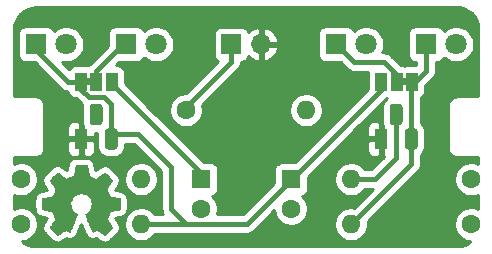
<source format=gbr>
G04 #@! TF.GenerationSoftware,KiCad,Pcbnew,5.1.6+dfsg1-1*
G04 #@! TF.CreationDate,2020-06-27T19:18:23-04:00*
G04 #@! TF.ProjectId,C,432e6b69-6361-4645-9f70-636258585858,rev?*
G04 #@! TF.SameCoordinates,Original*
G04 #@! TF.FileFunction,Copper,L2,Bot*
G04 #@! TF.FilePolarity,Positive*
%FSLAX46Y46*%
G04 Gerber Fmt 4.6, Leading zero omitted, Abs format (unit mm)*
G04 Created by KiCad (PCBNEW 5.1.6+dfsg1-1) date 2020-06-27 19:18:23*
%MOMM*%
%LPD*%
G01*
G04 APERTURE LIST*
G04 #@! TA.AperFunction,EtchedComponent*
%ADD10C,0.010000*%
G04 #@! TD*
G04 #@! TA.AperFunction,EtchedComponent*
%ADD11C,0.100000*%
G04 #@! TD*
G04 #@! TA.AperFunction,ComponentPad*
%ADD12R,1.100000X1.800000*%
G04 #@! TD*
G04 #@! TA.AperFunction,ComponentPad*
%ADD13C,1.600000*%
G04 #@! TD*
G04 #@! TA.AperFunction,ComponentPad*
%ADD14R,1.600000X1.600000*%
G04 #@! TD*
G04 #@! TA.AperFunction,SMDPad,CuDef*
%ADD15R,1.000000X1.500000*%
G04 #@! TD*
G04 #@! TA.AperFunction,ComponentPad*
%ADD16O,1.600000X1.600000*%
G04 #@! TD*
G04 #@! TA.AperFunction,ComponentPad*
%ADD17C,1.800000*%
G04 #@! TD*
G04 #@! TA.AperFunction,ComponentPad*
%ADD18R,1.800000X1.800000*%
G04 #@! TD*
G04 #@! TA.AperFunction,ComponentPad*
%ADD19O,1.700000X1.700000*%
G04 #@! TD*
G04 #@! TA.AperFunction,ComponentPad*
%ADD20R,1.700000X1.700000*%
G04 #@! TD*
G04 #@! TA.AperFunction,Conductor*
%ADD21C,0.381000*%
G04 #@! TD*
G04 #@! TA.AperFunction,Conductor*
%ADD22C,0.254000*%
G04 #@! TD*
G04 APERTURE END LIST*
D10*
G36*
X144224186Y-91956931D02*
G01*
X144140365Y-92401555D01*
X143831080Y-92529053D01*
X143521794Y-92656551D01*
X143150754Y-92404246D01*
X143046843Y-92333996D01*
X142952913Y-92271272D01*
X142873348Y-92218938D01*
X142812530Y-92179857D01*
X142774843Y-92156893D01*
X142764579Y-92151942D01*
X142746090Y-92164676D01*
X142706580Y-92199882D01*
X142650478Y-92253062D01*
X142582213Y-92319718D01*
X142506214Y-92395354D01*
X142426908Y-92475472D01*
X142348725Y-92555574D01*
X142276093Y-92631164D01*
X142213441Y-92697745D01*
X142165197Y-92750818D01*
X142135790Y-92785887D01*
X142128759Y-92797623D01*
X142138877Y-92819260D01*
X142167241Y-92866662D01*
X142210871Y-92935193D01*
X142266782Y-93020215D01*
X142331994Y-93117093D01*
X142369781Y-93172350D01*
X142438657Y-93273248D01*
X142499860Y-93364299D01*
X142550422Y-93440970D01*
X142587372Y-93498728D01*
X142607742Y-93533043D01*
X142610803Y-93540254D01*
X142603864Y-93560748D01*
X142584949Y-93608513D01*
X142556913Y-93676832D01*
X142522609Y-93758989D01*
X142484891Y-93848270D01*
X142446613Y-93937958D01*
X142410630Y-94021338D01*
X142379794Y-94091694D01*
X142356961Y-94142310D01*
X142344983Y-94166471D01*
X142344276Y-94167422D01*
X142325469Y-94172036D01*
X142275382Y-94182328D01*
X142199207Y-94197287D01*
X142102135Y-94215901D01*
X141989357Y-94237159D01*
X141923558Y-94249418D01*
X141803050Y-94272362D01*
X141694203Y-94294195D01*
X141602524Y-94313722D01*
X141533519Y-94329748D01*
X141492696Y-94341079D01*
X141484489Y-94344674D01*
X141476452Y-94369006D01*
X141469967Y-94423959D01*
X141465030Y-94503108D01*
X141461636Y-94600026D01*
X141459782Y-94708287D01*
X141459462Y-94821465D01*
X141460673Y-94933135D01*
X141463410Y-95036868D01*
X141467669Y-95126241D01*
X141473445Y-95194826D01*
X141480733Y-95236197D01*
X141485105Y-95244810D01*
X141511236Y-95255133D01*
X141566607Y-95269892D01*
X141643893Y-95287352D01*
X141735770Y-95305780D01*
X141767842Y-95311741D01*
X141922476Y-95340066D01*
X142044625Y-95362876D01*
X142138327Y-95381080D01*
X142207616Y-95395583D01*
X142256529Y-95407292D01*
X142289103Y-95417115D01*
X142309372Y-95425956D01*
X142321374Y-95434724D01*
X142323053Y-95436457D01*
X142339816Y-95464371D01*
X142365386Y-95518695D01*
X142397212Y-95592777D01*
X142432740Y-95679965D01*
X142469417Y-95773608D01*
X142504689Y-95867052D01*
X142536004Y-95953647D01*
X142560807Y-96026740D01*
X142576546Y-96079678D01*
X142580668Y-96105811D01*
X142580324Y-96106726D01*
X142566359Y-96128086D01*
X142534678Y-96175084D01*
X142488609Y-96242827D01*
X142431482Y-96326423D01*
X142366627Y-96420982D01*
X142348157Y-96447854D01*
X142282301Y-96545275D01*
X142224350Y-96634163D01*
X142177462Y-96709412D01*
X142144793Y-96765920D01*
X142129500Y-96798581D01*
X142128759Y-96802593D01*
X142141608Y-96823684D01*
X142177112Y-96865464D01*
X142230707Y-96923445D01*
X142297829Y-96993135D01*
X142373913Y-97070045D01*
X142454396Y-97149683D01*
X142534713Y-97227561D01*
X142610301Y-97299186D01*
X142676595Y-97360070D01*
X142729031Y-97405721D01*
X142763045Y-97431650D01*
X142772455Y-97435883D01*
X142794357Y-97425912D01*
X142839200Y-97399020D01*
X142899679Y-97359736D01*
X142946211Y-97328117D01*
X143030525Y-97270098D01*
X143130374Y-97201784D01*
X143230527Y-97133579D01*
X143284373Y-97097075D01*
X143466629Y-96973800D01*
X143619619Y-97056520D01*
X143689318Y-97092759D01*
X143748586Y-97120926D01*
X143788689Y-97136991D01*
X143798897Y-97139226D01*
X143811171Y-97122722D01*
X143835387Y-97076082D01*
X143869737Y-97003609D01*
X143912412Y-96909606D01*
X143961606Y-96798374D01*
X144015510Y-96674215D01*
X144072316Y-96541432D01*
X144130218Y-96404327D01*
X144187407Y-96267202D01*
X144242076Y-96134358D01*
X144292416Y-96010098D01*
X144336620Y-95898725D01*
X144372881Y-95804539D01*
X144399391Y-95731844D01*
X144414342Y-95684941D01*
X144416746Y-95668833D01*
X144397689Y-95648286D01*
X144355964Y-95614933D01*
X144300294Y-95575702D01*
X144295622Y-95572599D01*
X144151736Y-95457423D01*
X144035717Y-95323053D01*
X143948570Y-95173784D01*
X143891301Y-95013913D01*
X143864914Y-94847737D01*
X143870415Y-94679552D01*
X143908810Y-94513655D01*
X143981105Y-94354342D01*
X144002374Y-94319487D01*
X144113004Y-94178737D01*
X144243698Y-94065714D01*
X144389936Y-93981003D01*
X144547192Y-93925194D01*
X144710943Y-93898874D01*
X144876667Y-93902630D01*
X145039838Y-93937050D01*
X145195935Y-94002723D01*
X145340433Y-94100235D01*
X145385131Y-94139813D01*
X145498888Y-94263703D01*
X145581782Y-94394124D01*
X145638644Y-94540315D01*
X145670313Y-94685088D01*
X145678131Y-94847860D01*
X145652062Y-95011440D01*
X145594755Y-95170298D01*
X145508856Y-95318906D01*
X145397014Y-95451735D01*
X145261877Y-95563256D01*
X145244117Y-95575011D01*
X145187850Y-95613508D01*
X145145077Y-95646863D01*
X145124628Y-95668160D01*
X145124331Y-95668833D01*
X145128721Y-95691871D01*
X145146124Y-95744157D01*
X145174732Y-95821390D01*
X145212735Y-95919268D01*
X145258326Y-96033491D01*
X145309697Y-96159758D01*
X145365038Y-96293767D01*
X145422542Y-96431218D01*
X145480399Y-96567808D01*
X145536802Y-96699237D01*
X145589942Y-96821205D01*
X145638010Y-96929409D01*
X145679199Y-97019549D01*
X145711699Y-97087323D01*
X145733703Y-97128430D01*
X145742564Y-97139226D01*
X145769640Y-97130819D01*
X145820303Y-97108272D01*
X145885817Y-97075613D01*
X145921841Y-97056520D01*
X146074832Y-96973800D01*
X146257088Y-97097075D01*
X146350125Y-97160228D01*
X146451985Y-97229727D01*
X146547438Y-97295165D01*
X146595250Y-97328117D01*
X146662495Y-97373273D01*
X146719436Y-97409057D01*
X146758646Y-97430938D01*
X146771381Y-97435563D01*
X146789917Y-97423085D01*
X146830941Y-97388252D01*
X146890475Y-97334678D01*
X146964542Y-97265983D01*
X147049165Y-97185781D01*
X147102685Y-97134286D01*
X147196319Y-97042286D01*
X147277241Y-96959999D01*
X147342177Y-96890945D01*
X147387858Y-96838644D01*
X147411011Y-96806616D01*
X147413232Y-96800116D01*
X147402924Y-96775394D01*
X147374439Y-96725405D01*
X147330937Y-96655212D01*
X147275577Y-96569875D01*
X147211520Y-96474456D01*
X147193303Y-96447854D01*
X147126927Y-96351167D01*
X147067378Y-96264117D01*
X147017984Y-96191595D01*
X146982075Y-96138493D01*
X146962981Y-96109703D01*
X146961136Y-96106726D01*
X146963895Y-96083782D01*
X146978538Y-96033336D01*
X147002513Y-95962041D01*
X147033266Y-95876547D01*
X147068244Y-95783507D01*
X147104893Y-95689574D01*
X147140661Y-95601399D01*
X147172994Y-95525634D01*
X147199338Y-95468931D01*
X147217142Y-95437943D01*
X147218407Y-95436457D01*
X147229294Y-95427601D01*
X147247682Y-95418843D01*
X147277606Y-95409277D01*
X147323103Y-95397996D01*
X147388209Y-95384093D01*
X147476961Y-95366663D01*
X147593393Y-95344798D01*
X147741542Y-95317591D01*
X147773618Y-95311741D01*
X147868686Y-95293374D01*
X147951565Y-95275405D01*
X148014930Y-95259569D01*
X148051458Y-95247600D01*
X148056356Y-95244810D01*
X148064427Y-95220072D01*
X148070987Y-95164790D01*
X148076033Y-95085389D01*
X148079559Y-94988296D01*
X148081561Y-94879938D01*
X148082036Y-94766740D01*
X148080977Y-94655128D01*
X148078382Y-94551529D01*
X148074246Y-94462368D01*
X148068563Y-94394072D01*
X148061331Y-94353066D01*
X148056971Y-94344674D01*
X148032698Y-94336208D01*
X147977426Y-94322435D01*
X147896662Y-94304550D01*
X147795912Y-94283748D01*
X147680683Y-94261223D01*
X147617902Y-94249418D01*
X147498787Y-94227151D01*
X147392565Y-94206979D01*
X147304427Y-94189915D01*
X147239566Y-94176969D01*
X147203174Y-94169155D01*
X147197184Y-94167422D01*
X147187061Y-94147890D01*
X147165662Y-94100843D01*
X147135839Y-94033003D01*
X147100445Y-93951091D01*
X147062332Y-93861828D01*
X147024353Y-93771935D01*
X146989360Y-93688135D01*
X146960206Y-93617147D01*
X146939743Y-93565694D01*
X146930823Y-93540497D01*
X146930657Y-93539396D01*
X146940769Y-93519519D01*
X146969117Y-93473777D01*
X147012723Y-93406717D01*
X147068606Y-93322884D01*
X147133787Y-93226826D01*
X147171679Y-93171650D01*
X147240725Y-93070481D01*
X147302050Y-92978630D01*
X147352663Y-92900744D01*
X147389571Y-92841469D01*
X147409782Y-92805451D01*
X147412701Y-92797377D01*
X147400153Y-92778584D01*
X147365463Y-92738457D01*
X147313063Y-92681493D01*
X147247384Y-92612185D01*
X147172856Y-92535031D01*
X147093913Y-92454525D01*
X147014983Y-92375163D01*
X146940500Y-92301440D01*
X146874894Y-92237852D01*
X146822596Y-92188894D01*
X146788039Y-92159061D01*
X146776478Y-92151942D01*
X146757654Y-92161953D01*
X146712631Y-92190078D01*
X146645787Y-92233454D01*
X146561499Y-92289218D01*
X146464144Y-92354506D01*
X146390707Y-92404246D01*
X146019667Y-92656551D01*
X145401095Y-92401555D01*
X145317275Y-91956931D01*
X145233454Y-91512307D01*
X144308006Y-91512307D01*
X144224186Y-91956931D01*
G37*
X144224186Y-91956931D02*
X144140365Y-92401555D01*
X143831080Y-92529053D01*
X143521794Y-92656551D01*
X143150754Y-92404246D01*
X143046843Y-92333996D01*
X142952913Y-92271272D01*
X142873348Y-92218938D01*
X142812530Y-92179857D01*
X142774843Y-92156893D01*
X142764579Y-92151942D01*
X142746090Y-92164676D01*
X142706580Y-92199882D01*
X142650478Y-92253062D01*
X142582213Y-92319718D01*
X142506214Y-92395354D01*
X142426908Y-92475472D01*
X142348725Y-92555574D01*
X142276093Y-92631164D01*
X142213441Y-92697745D01*
X142165197Y-92750818D01*
X142135790Y-92785887D01*
X142128759Y-92797623D01*
X142138877Y-92819260D01*
X142167241Y-92866662D01*
X142210871Y-92935193D01*
X142266782Y-93020215D01*
X142331994Y-93117093D01*
X142369781Y-93172350D01*
X142438657Y-93273248D01*
X142499860Y-93364299D01*
X142550422Y-93440970D01*
X142587372Y-93498728D01*
X142607742Y-93533043D01*
X142610803Y-93540254D01*
X142603864Y-93560748D01*
X142584949Y-93608513D01*
X142556913Y-93676832D01*
X142522609Y-93758989D01*
X142484891Y-93848270D01*
X142446613Y-93937958D01*
X142410630Y-94021338D01*
X142379794Y-94091694D01*
X142356961Y-94142310D01*
X142344983Y-94166471D01*
X142344276Y-94167422D01*
X142325469Y-94172036D01*
X142275382Y-94182328D01*
X142199207Y-94197287D01*
X142102135Y-94215901D01*
X141989357Y-94237159D01*
X141923558Y-94249418D01*
X141803050Y-94272362D01*
X141694203Y-94294195D01*
X141602524Y-94313722D01*
X141533519Y-94329748D01*
X141492696Y-94341079D01*
X141484489Y-94344674D01*
X141476452Y-94369006D01*
X141469967Y-94423959D01*
X141465030Y-94503108D01*
X141461636Y-94600026D01*
X141459782Y-94708287D01*
X141459462Y-94821465D01*
X141460673Y-94933135D01*
X141463410Y-95036868D01*
X141467669Y-95126241D01*
X141473445Y-95194826D01*
X141480733Y-95236197D01*
X141485105Y-95244810D01*
X141511236Y-95255133D01*
X141566607Y-95269892D01*
X141643893Y-95287352D01*
X141735770Y-95305780D01*
X141767842Y-95311741D01*
X141922476Y-95340066D01*
X142044625Y-95362876D01*
X142138327Y-95381080D01*
X142207616Y-95395583D01*
X142256529Y-95407292D01*
X142289103Y-95417115D01*
X142309372Y-95425956D01*
X142321374Y-95434724D01*
X142323053Y-95436457D01*
X142339816Y-95464371D01*
X142365386Y-95518695D01*
X142397212Y-95592777D01*
X142432740Y-95679965D01*
X142469417Y-95773608D01*
X142504689Y-95867052D01*
X142536004Y-95953647D01*
X142560807Y-96026740D01*
X142576546Y-96079678D01*
X142580668Y-96105811D01*
X142580324Y-96106726D01*
X142566359Y-96128086D01*
X142534678Y-96175084D01*
X142488609Y-96242827D01*
X142431482Y-96326423D01*
X142366627Y-96420982D01*
X142348157Y-96447854D01*
X142282301Y-96545275D01*
X142224350Y-96634163D01*
X142177462Y-96709412D01*
X142144793Y-96765920D01*
X142129500Y-96798581D01*
X142128759Y-96802593D01*
X142141608Y-96823684D01*
X142177112Y-96865464D01*
X142230707Y-96923445D01*
X142297829Y-96993135D01*
X142373913Y-97070045D01*
X142454396Y-97149683D01*
X142534713Y-97227561D01*
X142610301Y-97299186D01*
X142676595Y-97360070D01*
X142729031Y-97405721D01*
X142763045Y-97431650D01*
X142772455Y-97435883D01*
X142794357Y-97425912D01*
X142839200Y-97399020D01*
X142899679Y-97359736D01*
X142946211Y-97328117D01*
X143030525Y-97270098D01*
X143130374Y-97201784D01*
X143230527Y-97133579D01*
X143284373Y-97097075D01*
X143466629Y-96973800D01*
X143619619Y-97056520D01*
X143689318Y-97092759D01*
X143748586Y-97120926D01*
X143788689Y-97136991D01*
X143798897Y-97139226D01*
X143811171Y-97122722D01*
X143835387Y-97076082D01*
X143869737Y-97003609D01*
X143912412Y-96909606D01*
X143961606Y-96798374D01*
X144015510Y-96674215D01*
X144072316Y-96541432D01*
X144130218Y-96404327D01*
X144187407Y-96267202D01*
X144242076Y-96134358D01*
X144292416Y-96010098D01*
X144336620Y-95898725D01*
X144372881Y-95804539D01*
X144399391Y-95731844D01*
X144414342Y-95684941D01*
X144416746Y-95668833D01*
X144397689Y-95648286D01*
X144355964Y-95614933D01*
X144300294Y-95575702D01*
X144295622Y-95572599D01*
X144151736Y-95457423D01*
X144035717Y-95323053D01*
X143948570Y-95173784D01*
X143891301Y-95013913D01*
X143864914Y-94847737D01*
X143870415Y-94679552D01*
X143908810Y-94513655D01*
X143981105Y-94354342D01*
X144002374Y-94319487D01*
X144113004Y-94178737D01*
X144243698Y-94065714D01*
X144389936Y-93981003D01*
X144547192Y-93925194D01*
X144710943Y-93898874D01*
X144876667Y-93902630D01*
X145039838Y-93937050D01*
X145195935Y-94002723D01*
X145340433Y-94100235D01*
X145385131Y-94139813D01*
X145498888Y-94263703D01*
X145581782Y-94394124D01*
X145638644Y-94540315D01*
X145670313Y-94685088D01*
X145678131Y-94847860D01*
X145652062Y-95011440D01*
X145594755Y-95170298D01*
X145508856Y-95318906D01*
X145397014Y-95451735D01*
X145261877Y-95563256D01*
X145244117Y-95575011D01*
X145187850Y-95613508D01*
X145145077Y-95646863D01*
X145124628Y-95668160D01*
X145124331Y-95668833D01*
X145128721Y-95691871D01*
X145146124Y-95744157D01*
X145174732Y-95821390D01*
X145212735Y-95919268D01*
X145258326Y-96033491D01*
X145309697Y-96159758D01*
X145365038Y-96293767D01*
X145422542Y-96431218D01*
X145480399Y-96567808D01*
X145536802Y-96699237D01*
X145589942Y-96821205D01*
X145638010Y-96929409D01*
X145679199Y-97019549D01*
X145711699Y-97087323D01*
X145733703Y-97128430D01*
X145742564Y-97139226D01*
X145769640Y-97130819D01*
X145820303Y-97108272D01*
X145885817Y-97075613D01*
X145921841Y-97056520D01*
X146074832Y-96973800D01*
X146257088Y-97097075D01*
X146350125Y-97160228D01*
X146451985Y-97229727D01*
X146547438Y-97295165D01*
X146595250Y-97328117D01*
X146662495Y-97373273D01*
X146719436Y-97409057D01*
X146758646Y-97430938D01*
X146771381Y-97435563D01*
X146789917Y-97423085D01*
X146830941Y-97388252D01*
X146890475Y-97334678D01*
X146964542Y-97265983D01*
X147049165Y-97185781D01*
X147102685Y-97134286D01*
X147196319Y-97042286D01*
X147277241Y-96959999D01*
X147342177Y-96890945D01*
X147387858Y-96838644D01*
X147411011Y-96806616D01*
X147413232Y-96800116D01*
X147402924Y-96775394D01*
X147374439Y-96725405D01*
X147330937Y-96655212D01*
X147275577Y-96569875D01*
X147211520Y-96474456D01*
X147193303Y-96447854D01*
X147126927Y-96351167D01*
X147067378Y-96264117D01*
X147017984Y-96191595D01*
X146982075Y-96138493D01*
X146962981Y-96109703D01*
X146961136Y-96106726D01*
X146963895Y-96083782D01*
X146978538Y-96033336D01*
X147002513Y-95962041D01*
X147033266Y-95876547D01*
X147068244Y-95783507D01*
X147104893Y-95689574D01*
X147140661Y-95601399D01*
X147172994Y-95525634D01*
X147199338Y-95468931D01*
X147217142Y-95437943D01*
X147218407Y-95436457D01*
X147229294Y-95427601D01*
X147247682Y-95418843D01*
X147277606Y-95409277D01*
X147323103Y-95397996D01*
X147388209Y-95384093D01*
X147476961Y-95366663D01*
X147593393Y-95344798D01*
X147741542Y-95317591D01*
X147773618Y-95311741D01*
X147868686Y-95293374D01*
X147951565Y-95275405D01*
X148014930Y-95259569D01*
X148051458Y-95247600D01*
X148056356Y-95244810D01*
X148064427Y-95220072D01*
X148070987Y-95164790D01*
X148076033Y-95085389D01*
X148079559Y-94988296D01*
X148081561Y-94879938D01*
X148082036Y-94766740D01*
X148080977Y-94655128D01*
X148078382Y-94551529D01*
X148074246Y-94462368D01*
X148068563Y-94394072D01*
X148061331Y-94353066D01*
X148056971Y-94344674D01*
X148032698Y-94336208D01*
X147977426Y-94322435D01*
X147896662Y-94304550D01*
X147795912Y-94283748D01*
X147680683Y-94261223D01*
X147617902Y-94249418D01*
X147498787Y-94227151D01*
X147392565Y-94206979D01*
X147304427Y-94189915D01*
X147239566Y-94176969D01*
X147203174Y-94169155D01*
X147197184Y-94167422D01*
X147187061Y-94147890D01*
X147165662Y-94100843D01*
X147135839Y-94033003D01*
X147100445Y-93951091D01*
X147062332Y-93861828D01*
X147024353Y-93771935D01*
X146989360Y-93688135D01*
X146960206Y-93617147D01*
X146939743Y-93565694D01*
X146930823Y-93540497D01*
X146930657Y-93539396D01*
X146940769Y-93519519D01*
X146969117Y-93473777D01*
X147012723Y-93406717D01*
X147068606Y-93322884D01*
X147133787Y-93226826D01*
X147171679Y-93171650D01*
X147240725Y-93070481D01*
X147302050Y-92978630D01*
X147352663Y-92900744D01*
X147389571Y-92841469D01*
X147409782Y-92805451D01*
X147412701Y-92797377D01*
X147400153Y-92778584D01*
X147365463Y-92738457D01*
X147313063Y-92681493D01*
X147247384Y-92612185D01*
X147172856Y-92535031D01*
X147093913Y-92454525D01*
X147014983Y-92375163D01*
X146940500Y-92301440D01*
X146874894Y-92237852D01*
X146822596Y-92188894D01*
X146788039Y-92159061D01*
X146776478Y-92151942D01*
X146757654Y-92161953D01*
X146712631Y-92190078D01*
X146645787Y-92233454D01*
X146561499Y-92289218D01*
X146464144Y-92354506D01*
X146390707Y-92404246D01*
X146019667Y-92656551D01*
X145401095Y-92401555D01*
X145317275Y-91956931D01*
X145233454Y-91512307D01*
X144308006Y-91512307D01*
X144224186Y-91956931D01*
D11*
G36*
X172380000Y-84155000D02*
G01*
X171880000Y-84155000D01*
X171880000Y-84755000D01*
X172380000Y-84755000D01*
X172380000Y-84155000D01*
G37*
G36*
X145150000Y-84755000D02*
G01*
X145650000Y-84755000D01*
X145650000Y-84155000D01*
X145150000Y-84155000D01*
X145150000Y-84755000D01*
G37*
D12*
X170180000Y-89300000D03*
G04 #@! TA.AperFunction,ComponentPad*
G36*
G01*
X172170000Y-89925000D02*
X172170000Y-88675000D01*
G75*
G02*
X172445000Y-88400000I275000J0D01*
G01*
X172995000Y-88400000D01*
G75*
G02*
X173270000Y-88675000I0J-275000D01*
G01*
X173270000Y-89925000D01*
G75*
G02*
X172995000Y-90200000I-275000J0D01*
G01*
X172445000Y-90200000D01*
G75*
G02*
X172170000Y-89925000I0J275000D01*
G01*
G37*
G04 #@! TD.AperFunction*
G04 #@! TA.AperFunction,ComponentPad*
G36*
G01*
X170900000Y-87855000D02*
X170900000Y-86605000D01*
G75*
G02*
X171175000Y-86330000I275000J0D01*
G01*
X171725000Y-86330000D01*
G75*
G02*
X172000000Y-86605000I0J-275000D01*
G01*
X172000000Y-87855000D01*
G75*
G02*
X171725000Y-88130000I-275000J0D01*
G01*
X171175000Y-88130000D01*
G75*
G02*
X170900000Y-87855000I0J275000D01*
G01*
G37*
G04 #@! TD.AperFunction*
X144780000Y-89300000D03*
G04 #@! TA.AperFunction,ComponentPad*
G36*
G01*
X146770000Y-89925000D02*
X146770000Y-88675000D01*
G75*
G02*
X147045000Y-88400000I275000J0D01*
G01*
X147595000Y-88400000D01*
G75*
G02*
X147870000Y-88675000I0J-275000D01*
G01*
X147870000Y-89925000D01*
G75*
G02*
X147595000Y-90200000I-275000J0D01*
G01*
X147045000Y-90200000D01*
G75*
G02*
X146770000Y-89925000I0J275000D01*
G01*
G37*
G04 #@! TD.AperFunction*
G04 #@! TA.AperFunction,ComponentPad*
G36*
G01*
X145500000Y-87855000D02*
X145500000Y-86605000D01*
G75*
G02*
X145775000Y-86330000I275000J0D01*
G01*
X146325000Y-86330000D01*
G75*
G02*
X146600000Y-86605000I0J-275000D01*
G01*
X146600000Y-87855000D01*
G75*
G02*
X146325000Y-88130000I-275000J0D01*
G01*
X145775000Y-88130000D01*
G75*
G02*
X145500000Y-87855000I0J275000D01*
G01*
G37*
G04 #@! TD.AperFunction*
D13*
X154940000Y-95210000D03*
D14*
X154940000Y-92710000D03*
D13*
X162560000Y-95210000D03*
D14*
X162560000Y-92710000D03*
D15*
X171480000Y-84455000D03*
X170180000Y-84455000D03*
X172780000Y-84455000D03*
X146050000Y-84455000D03*
X147350000Y-84455000D03*
X144750000Y-84455000D03*
D16*
X163830000Y-86868000D03*
D13*
X153670000Y-86868000D03*
D16*
X167640000Y-96520000D03*
D13*
X177800000Y-96520000D03*
D16*
X167640000Y-92710000D03*
D13*
X177800000Y-92710000D03*
D16*
X149860000Y-92710000D03*
D13*
X139700000Y-92710000D03*
D16*
X149860000Y-96520000D03*
D13*
X139700000Y-96520000D03*
D17*
X176530000Y-81280000D03*
D18*
X173990000Y-81280000D03*
D17*
X168910000Y-81280000D03*
D18*
X166370000Y-81280000D03*
D17*
X151130000Y-81280000D03*
D18*
X148590000Y-81280000D03*
D17*
X143510000Y-81280000D03*
D18*
X140970000Y-81280000D03*
D19*
X160020000Y-81280000D03*
D20*
X157480000Y-81280000D03*
D21*
X153924000Y-86360000D02*
X153670000Y-86360000D01*
X157480000Y-82804000D02*
X153924000Y-86360000D01*
X157480000Y-81280000D02*
X157480000Y-82804000D01*
X153416000Y-96520000D02*
X149860000Y-96520000D01*
X140970000Y-81788000D02*
X140970000Y-81280000D01*
X144750000Y-84455000D02*
X143637000Y-84455000D01*
X143637000Y-84455000D02*
X140970000Y-81788000D01*
X162560000Y-92750000D02*
X158790000Y-96520000D01*
X170180000Y-85130000D02*
X162560000Y-92750000D01*
X170180000Y-84455000D02*
X170180000Y-85130000D01*
X147320000Y-88900000D02*
X149606000Y-88900000D01*
X149606000Y-88900000D02*
X152400000Y-91694000D01*
X152400000Y-95250000D02*
X153670000Y-96520000D01*
X153670000Y-96520000D02*
X153416000Y-96520000D01*
X152400000Y-91694000D02*
X152400000Y-95250000D01*
X158790000Y-96520000D02*
X153670000Y-96520000D01*
X147320000Y-86360000D02*
X147320000Y-88773000D01*
X145424838Y-85788500D02*
X146748500Y-85788500D01*
X146748500Y-85788500D02*
X147320000Y-86360000D01*
X144750000Y-85113662D02*
X145424838Y-85788500D01*
X144750000Y-84455000D02*
X144750000Y-85113662D01*
X173990000Y-82430000D02*
X173990000Y-81280000D01*
X173990000Y-83526500D02*
X173990000Y-82430000D01*
X173061500Y-84455000D02*
X173990000Y-83526500D01*
X172780000Y-84455000D02*
X173061500Y-84455000D01*
X147350000Y-84612000D02*
X154940000Y-92202000D01*
X147350000Y-84455000D02*
X147350000Y-84612000D01*
X154940000Y-92202000D02*
X154940000Y-92750000D01*
X172720000Y-91440000D02*
X167640000Y-96520000D01*
X172720000Y-84515000D02*
X172720000Y-91440000D01*
X172780000Y-84455000D02*
X172720000Y-84515000D01*
X148336000Y-81280000D02*
X148590000Y-81280000D01*
X146050000Y-83566000D02*
X148336000Y-81280000D01*
X146050000Y-84455000D02*
X146050000Y-83566000D01*
X170434000Y-82804000D02*
X171480000Y-83850000D01*
X171480000Y-83850000D02*
X171480000Y-84455000D01*
X166370000Y-81280000D02*
X167894000Y-82804000D01*
X167894000Y-82804000D02*
X170434000Y-82804000D01*
X171450000Y-90932000D02*
X171450000Y-87630000D01*
X169672000Y-92710000D02*
X171450000Y-90932000D01*
X167640000Y-92710000D02*
X169672000Y-92710000D01*
D22*
G36*
X176894545Y-78168909D02*
G01*
X177245208Y-78274780D01*
X177568625Y-78446744D01*
X177852484Y-78678254D01*
X178085965Y-78960486D01*
X178260183Y-79282695D01*
X178368502Y-79632614D01*
X178410000Y-80027443D01*
X178410001Y-85700000D01*
X176562419Y-85700000D01*
X176530000Y-85696807D01*
X176497581Y-85700000D01*
X176400617Y-85709550D01*
X176276207Y-85747290D01*
X176161550Y-85808575D01*
X176061052Y-85891052D01*
X175978575Y-85991550D01*
X175917290Y-86106207D01*
X175879550Y-86230617D01*
X175866807Y-86360000D01*
X175870000Y-86392418D01*
X175870001Y-90137571D01*
X175866807Y-90170000D01*
X175879550Y-90299383D01*
X175917290Y-90423793D01*
X175978575Y-90538450D01*
X176061052Y-90638948D01*
X176161550Y-90721425D01*
X176276207Y-90782710D01*
X176400617Y-90820450D01*
X176497581Y-90830000D01*
X176530000Y-90833193D01*
X176562419Y-90830000D01*
X178410000Y-90830000D01*
X178410000Y-91409438D01*
X178218574Y-91330147D01*
X177941335Y-91275000D01*
X177658665Y-91275000D01*
X177381426Y-91330147D01*
X177120273Y-91438320D01*
X176885241Y-91595363D01*
X176685363Y-91795241D01*
X176528320Y-92030273D01*
X176420147Y-92291426D01*
X176365000Y-92568665D01*
X176365000Y-92851335D01*
X176420147Y-93128574D01*
X176528320Y-93389727D01*
X176685363Y-93624759D01*
X176885241Y-93824637D01*
X177120273Y-93981680D01*
X177381426Y-94089853D01*
X177658665Y-94145000D01*
X177941335Y-94145000D01*
X178218574Y-94089853D01*
X178410001Y-94010562D01*
X178410001Y-95219438D01*
X178218574Y-95140147D01*
X177941335Y-95085000D01*
X177658665Y-95085000D01*
X177381426Y-95140147D01*
X177120273Y-95248320D01*
X176885241Y-95405363D01*
X176685363Y-95605241D01*
X176528320Y-95840273D01*
X176420147Y-96101426D01*
X176365000Y-96378665D01*
X176365000Y-96661335D01*
X176420147Y-96938574D01*
X176528320Y-97199727D01*
X176685363Y-97434759D01*
X176885241Y-97634637D01*
X177120273Y-97791680D01*
X177381426Y-97899853D01*
X177658665Y-97955000D01*
X177725737Y-97955000D01*
X177579514Y-98075965D01*
X177257304Y-98250184D01*
X176907385Y-98358502D01*
X176512557Y-98400000D01*
X141002279Y-98400000D01*
X140605455Y-98361091D01*
X140254794Y-98255220D01*
X139931377Y-98083257D01*
X139774117Y-97955000D01*
X139841335Y-97955000D01*
X140118574Y-97899853D01*
X140379727Y-97791680D01*
X140614759Y-97634637D01*
X140814637Y-97434759D01*
X140971680Y-97199727D01*
X141079853Y-96938574D01*
X141135000Y-96661335D01*
X141135000Y-96378665D01*
X141079853Y-96101426D01*
X140971680Y-95840273D01*
X140814637Y-95605241D01*
X140614759Y-95405363D01*
X140379727Y-95248320D01*
X140118574Y-95140147D01*
X139841335Y-95085000D01*
X139558665Y-95085000D01*
X139281426Y-95140147D01*
X139090000Y-95219438D01*
X139090000Y-94819469D01*
X140819465Y-94819469D01*
X140819465Y-94819655D01*
X140819466Y-94819663D01*
X140819500Y-94828405D01*
X140820711Y-94940075D01*
X140820765Y-94940574D01*
X140820722Y-94941081D01*
X140820896Y-94950016D01*
X140823633Y-95053748D01*
X140823922Y-95056065D01*
X140823772Y-95058403D01*
X140824135Y-95067332D01*
X140828394Y-95156705D01*
X140829438Y-95163834D01*
X140829238Y-95171040D01*
X140829927Y-95179950D01*
X140835703Y-95248535D01*
X140840127Y-95272609D01*
X140841661Y-95297049D01*
X140843150Y-95305860D01*
X140850438Y-95347231D01*
X140857836Y-95373744D01*
X140862289Y-95400898D01*
X140874580Y-95433751D01*
X140884009Y-95467541D01*
X140892590Y-95484536D01*
X140895301Y-95493269D01*
X140900302Y-95502501D01*
X140906057Y-95517884D01*
X140910046Y-95525880D01*
X140914418Y-95534493D01*
X140930769Y-95560146D01*
X140940309Y-95579040D01*
X140945050Y-95585110D01*
X140954793Y-95603097D01*
X140969319Y-95620629D01*
X140981553Y-95639823D01*
X141009069Y-95668604D01*
X141034485Y-95699279D01*
X141052142Y-95713657D01*
X141067869Y-95730107D01*
X141100455Y-95752999D01*
X141131341Y-95778149D01*
X141151446Y-95788820D01*
X141170076Y-95801907D01*
X141206492Y-95818034D01*
X141241670Y-95836705D01*
X141249958Y-95840046D01*
X141276089Y-95850369D01*
X141307423Y-95859328D01*
X141337782Y-95871180D01*
X141346401Y-95873542D01*
X141401771Y-95888301D01*
X141409487Y-95889568D01*
X141416873Y-95892130D01*
X141425576Y-95894160D01*
X141502862Y-95911620D01*
X141506140Y-95912030D01*
X141509284Y-95913036D01*
X141518033Y-95914854D01*
X141609910Y-95933282D01*
X141609976Y-95933289D01*
X141610046Y-95933310D01*
X141618821Y-95935004D01*
X141650892Y-95940965D01*
X141650984Y-95940973D01*
X141652529Y-95941267D01*
X141806030Y-95969385D01*
X141862919Y-95980008D01*
X141872047Y-96003314D01*
X141873814Y-96007994D01*
X141838838Y-96058989D01*
X141820729Y-96085336D01*
X141820656Y-96085468D01*
X141817938Y-96089429D01*
X141752082Y-96186850D01*
X141751665Y-96187620D01*
X141751109Y-96188294D01*
X141746176Y-96195746D01*
X141688226Y-96284634D01*
X141687256Y-96286497D01*
X141685947Y-96288153D01*
X141681169Y-96295704D01*
X141634281Y-96370953D01*
X141631562Y-96376448D01*
X141627919Y-96381383D01*
X141623393Y-96389088D01*
X141590724Y-96445596D01*
X141581138Y-96466696D01*
X141569030Y-96486461D01*
X141565184Y-96494527D01*
X141549891Y-96527188D01*
X141544982Y-96541057D01*
X141538065Y-96554032D01*
X141524180Y-96599835D01*
X141508217Y-96644937D01*
X141506098Y-96659481D01*
X141501828Y-96673565D01*
X141500144Y-96682341D01*
X141499403Y-96686354D01*
X141495892Y-96727607D01*
X141489665Y-96768546D01*
X141490608Y-96789709D01*
X141488812Y-96810810D01*
X141493380Y-96851951D01*
X141495223Y-96893328D01*
X141500259Y-96913908D01*
X141502596Y-96934953D01*
X141515072Y-96974437D01*
X141524914Y-97014655D01*
X141533846Y-97033853D01*
X141540229Y-97054055D01*
X141560137Y-97090364D01*
X141577602Y-97127903D01*
X141582199Y-97135567D01*
X141595048Y-97156658D01*
X141622586Y-97193268D01*
X141648176Y-97231268D01*
X141653915Y-97238118D01*
X141689419Y-97279898D01*
X141695830Y-97286098D01*
X141701117Y-97293283D01*
X141707137Y-97299887D01*
X141760732Y-97357868D01*
X141762306Y-97359268D01*
X141763591Y-97360941D01*
X141769745Y-97367421D01*
X141836868Y-97437111D01*
X141836888Y-97437128D01*
X141842844Y-97443234D01*
X141918928Y-97520144D01*
X141919021Y-97520221D01*
X141923759Y-97524975D01*
X142004242Y-97604613D01*
X142004343Y-97604695D01*
X142008878Y-97609154D01*
X142089195Y-97687032D01*
X142089269Y-97687091D01*
X142094507Y-97692124D01*
X142170095Y-97763749D01*
X142170507Y-97764069D01*
X142170855Y-97764469D01*
X142177395Y-97770559D01*
X142243689Y-97831443D01*
X142246918Y-97833873D01*
X142249656Y-97836855D01*
X142256355Y-97842769D01*
X142308791Y-97888420D01*
X142322129Y-97897914D01*
X142333966Y-97909233D01*
X142341035Y-97914699D01*
X142375049Y-97940628D01*
X142380288Y-97943866D01*
X142384876Y-97947971D01*
X142420189Y-97968872D01*
X142430258Y-97976717D01*
X142447418Y-97985356D01*
X142481300Y-98006297D01*
X142487063Y-98008454D01*
X142492365Y-98011592D01*
X142500489Y-98015315D01*
X142509899Y-98019547D01*
X142526327Y-98025082D01*
X142541824Y-98032884D01*
X142582611Y-98044212D01*
X142598282Y-98050077D01*
X142602627Y-98050790D01*
X142628267Y-98059429D01*
X142645462Y-98061668D01*
X142662174Y-98066310D01*
X142707279Y-98069719D01*
X142752127Y-98075560D01*
X142769431Y-98074417D01*
X142786725Y-98075724D01*
X142831627Y-98070308D01*
X142876762Y-98067326D01*
X142893518Y-98062842D01*
X142910733Y-98060766D01*
X142953732Y-98046731D01*
X142997423Y-98035040D01*
X143012981Y-98027391D01*
X143029473Y-98022008D01*
X143037631Y-98018362D01*
X143059534Y-98008391D01*
X143086971Y-97992500D01*
X143115815Y-97979325D01*
X143123510Y-97974782D01*
X143168353Y-97947890D01*
X143174005Y-97943700D01*
X143180294Y-97940550D01*
X143187822Y-97935735D01*
X143248301Y-97896451D01*
X143250016Y-97895082D01*
X143251954Y-97894060D01*
X143259380Y-97889089D01*
X143305912Y-97857470D01*
X143306026Y-97857375D01*
X143309015Y-97855349D01*
X143392704Y-97797760D01*
X143491136Y-97730416D01*
X143512568Y-97715820D01*
X143550695Y-97731094D01*
X143597193Y-97744630D01*
X143628403Y-97755224D01*
X143637160Y-97758453D01*
X143638579Y-97758679D01*
X143643090Y-97760210D01*
X143651806Y-97762181D01*
X143662014Y-97764416D01*
X143667317Y-97765044D01*
X143670623Y-97766006D01*
X143689453Y-97767664D01*
X143711388Y-97770260D01*
X143760516Y-97778074D01*
X143773326Y-97777590D01*
X143786055Y-97779097D01*
X143835622Y-97775239D01*
X143885333Y-97773363D01*
X143897811Y-97770399D01*
X143910584Y-97769405D01*
X143958460Y-97755993D01*
X144006858Y-97744497D01*
X144018515Y-97739169D01*
X144030860Y-97735711D01*
X144075236Y-97713246D01*
X144120462Y-97692576D01*
X144130863Y-97685085D01*
X144142300Y-97679295D01*
X144181471Y-97648636D01*
X144221817Y-97619578D01*
X144230562Y-97610212D01*
X144240660Y-97602309D01*
X144273124Y-97564632D01*
X144307064Y-97528285D01*
X144312446Y-97521152D01*
X144324720Y-97504648D01*
X144348895Y-97464475D01*
X144375000Y-97425537D01*
X144379173Y-97417635D01*
X144403389Y-97370995D01*
X144406057Y-97364339D01*
X144409832Y-97358240D01*
X144413715Y-97350192D01*
X144448065Y-97277719D01*
X144448335Y-97276966D01*
X144448746Y-97276278D01*
X144452497Y-97268167D01*
X144495172Y-97174164D01*
X144495216Y-97174035D01*
X144497724Y-97168469D01*
X144546918Y-97057237D01*
X144546968Y-97057085D01*
X144548666Y-97053248D01*
X144602570Y-96929089D01*
X144602615Y-96928949D01*
X144603925Y-96925945D01*
X144660731Y-96793162D01*
X144660774Y-96793027D01*
X144661895Y-96790422D01*
X144719797Y-96653318D01*
X144719837Y-96653189D01*
X144720905Y-96650678D01*
X144770699Y-96531284D01*
X144773494Y-96538053D01*
X144773558Y-96538173D01*
X144774624Y-96540772D01*
X144832128Y-96678224D01*
X144832194Y-96678347D01*
X144833230Y-96680840D01*
X144891087Y-96817429D01*
X144891151Y-96817546D01*
X144892270Y-96820205D01*
X144948673Y-96951634D01*
X144948746Y-96951767D01*
X144950072Y-96954868D01*
X145003212Y-97076837D01*
X145003288Y-97076973D01*
X145005057Y-97081031D01*
X145053125Y-97189235D01*
X145053184Y-97189339D01*
X145055903Y-97195400D01*
X145097092Y-97285540D01*
X145097829Y-97286808D01*
X145098312Y-97288194D01*
X145102120Y-97296279D01*
X145134620Y-97364053D01*
X145139674Y-97372391D01*
X145143289Y-97381449D01*
X145147451Y-97389357D01*
X145169455Y-97430464D01*
X145201744Y-97478771D01*
X145233376Y-97527521D01*
X145238860Y-97534297D01*
X145238867Y-97534308D01*
X145238875Y-97534316D01*
X145238998Y-97534468D01*
X145247859Y-97545264D01*
X145291600Y-97589039D01*
X145335038Y-97632705D01*
X145335633Y-97633106D01*
X145336147Y-97633620D01*
X145387308Y-97667897D01*
X145438649Y-97702464D01*
X145439323Y-97702747D01*
X145439916Y-97703144D01*
X145496789Y-97726844D01*
X145553838Y-97750767D01*
X145554540Y-97750911D01*
X145555211Y-97751190D01*
X145615816Y-97763434D01*
X145676214Y-97775778D01*
X145676938Y-97775782D01*
X145677644Y-97775925D01*
X145739542Y-97776165D01*
X145801118Y-97776541D01*
X145801821Y-97776406D01*
X145802549Y-97776409D01*
X145863249Y-97764634D01*
X145923792Y-97753031D01*
X145925095Y-97752636D01*
X145925169Y-97752622D01*
X145925246Y-97752591D01*
X145932344Y-97750441D01*
X145959420Y-97742034D01*
X145990015Y-97729142D01*
X146021670Y-97719106D01*
X146029001Y-97715904D01*
X146090728Y-97758020D01*
X146184981Y-97822635D01*
X146232063Y-97855085D01*
X146232133Y-97855124D01*
X146238461Y-97859437D01*
X146305706Y-97904594D01*
X146310323Y-97907078D01*
X146314423Y-97910345D01*
X146321956Y-97915152D01*
X146378898Y-97950937D01*
X146389837Y-97956402D01*
X146399788Y-97963517D01*
X146407561Y-97967926D01*
X146446771Y-97989807D01*
X146489775Y-98008562D01*
X146514522Y-98020825D01*
X146522831Y-98025328D01*
X146524912Y-98025974D01*
X146531799Y-98029387D01*
X146540177Y-98032495D01*
X146552912Y-98037120D01*
X146558584Y-98038572D01*
X146561262Y-98039740D01*
X146574364Y-98042612D01*
X146597818Y-98048616D01*
X146642117Y-98062374D01*
X146658231Y-98064082D01*
X146673916Y-98068098D01*
X146720205Y-98070653D01*
X146766327Y-98075543D01*
X146782463Y-98074090D01*
X146798632Y-98074982D01*
X146844534Y-98068498D01*
X146890729Y-98064337D01*
X146906273Y-98059777D01*
X146922311Y-98057512D01*
X146966101Y-98042228D01*
X147010586Y-98029179D01*
X147024943Y-98021690D01*
X147040240Y-98016351D01*
X147080218Y-97992858D01*
X147088137Y-97988728D01*
X147093670Y-97986409D01*
X147097424Y-97983883D01*
X147121331Y-97971413D01*
X147128778Y-97966475D01*
X147147315Y-97953996D01*
X147171390Y-97934117D01*
X147197302Y-97916682D01*
X147204154Y-97910946D01*
X147245177Y-97876113D01*
X147248489Y-97872691D01*
X147252365Y-97869918D01*
X147259049Y-97863986D01*
X147318583Y-97810413D01*
X147318816Y-97810157D01*
X147319092Y-97809954D01*
X147325686Y-97803923D01*
X147399753Y-97735229D01*
X147399829Y-97735143D01*
X147404794Y-97730503D01*
X147489417Y-97650301D01*
X147489525Y-97650176D01*
X147492904Y-97646970D01*
X147546425Y-97595475D01*
X147546505Y-97595382D01*
X147551233Y-97590800D01*
X147644866Y-97498800D01*
X147645524Y-97498014D01*
X147646326Y-97497362D01*
X147652636Y-97491034D01*
X147733558Y-97408747D01*
X147735253Y-97406648D01*
X147737311Y-97404899D01*
X147743478Y-97398432D01*
X147808414Y-97329378D01*
X147812882Y-97323585D01*
X147818277Y-97318647D01*
X147824202Y-97311958D01*
X147869883Y-97259657D01*
X147884417Y-97239308D01*
X147901241Y-97220794D01*
X147906526Y-97213589D01*
X147929679Y-97181561D01*
X147941953Y-97160525D01*
X147942777Y-97159535D01*
X147944389Y-97156575D01*
X147960373Y-97134945D01*
X147975159Y-97103616D01*
X147992628Y-97073677D01*
X147998023Y-97058064D01*
X148002504Y-97049834D01*
X148006358Y-97037511D01*
X148013684Y-97021988D01*
X148016633Y-97013552D01*
X148018854Y-97007052D01*
X148025731Y-96977881D01*
X148033423Y-96955620D01*
X148034574Y-96947284D01*
X148039785Y-96930622D01*
X148042250Y-96907805D01*
X148047513Y-96885479D01*
X148048941Y-96845867D01*
X148050234Y-96833902D01*
X148050512Y-96831889D01*
X148050491Y-96831525D01*
X148053201Y-96806438D01*
X148051187Y-96783580D01*
X148052014Y-96760654D01*
X148045719Y-96721505D01*
X148042240Y-96682013D01*
X148035827Y-96659989D01*
X148032184Y-96637331D01*
X148018405Y-96600153D01*
X148007322Y-96562088D01*
X148003940Y-96553816D01*
X147993632Y-96529094D01*
X147977134Y-96498369D01*
X147963353Y-96466332D01*
X147958983Y-96458537D01*
X147930498Y-96408548D01*
X147926250Y-96402542D01*
X147923093Y-96395891D01*
X147918438Y-96388262D01*
X147874936Y-96318069D01*
X147873631Y-96316361D01*
X147872666Y-96314432D01*
X147867854Y-96306902D01*
X147812494Y-96221565D01*
X147812138Y-96221119D01*
X147811873Y-96220609D01*
X147806944Y-96213155D01*
X147742887Y-96117737D01*
X147742799Y-96117631D01*
X147739572Y-96112847D01*
X147721355Y-96086245D01*
X147721327Y-96086211D01*
X147720935Y-96085632D01*
X147667641Y-96008002D01*
X147678571Y-95979990D01*
X147710346Y-95974023D01*
X147856982Y-95947093D01*
X147888447Y-95941355D01*
X147888562Y-95941322D01*
X147895020Y-95940121D01*
X147990088Y-95921754D01*
X147992765Y-95920959D01*
X147995548Y-95920675D01*
X148004294Y-95918842D01*
X148087173Y-95900873D01*
X148092500Y-95899159D01*
X148098055Y-95898415D01*
X148106739Y-95896308D01*
X148170105Y-95880472D01*
X148187555Y-95874247D01*
X148205700Y-95870476D01*
X148214211Y-95867752D01*
X148250739Y-95855783D01*
X148305456Y-95831716D01*
X148308282Y-95830501D01*
X148340228Y-95818410D01*
X148348744Y-95813103D01*
X148360433Y-95808077D01*
X148364934Y-95805555D01*
X148365074Y-95805493D01*
X148365196Y-95805408D01*
X148368229Y-95803708D01*
X148373127Y-95800918D01*
X148408967Y-95775573D01*
X148446235Y-95752348D01*
X148459867Y-95739578D01*
X148475109Y-95728799D01*
X148505340Y-95696979D01*
X148537391Y-95666954D01*
X148548283Y-95651779D01*
X148561141Y-95638245D01*
X148584624Y-95601147D01*
X148610224Y-95565480D01*
X148617957Y-95548488D01*
X148627947Y-95532706D01*
X148643775Y-95491757D01*
X148661962Y-95451794D01*
X148664792Y-95443318D01*
X148672863Y-95418580D01*
X148685505Y-95361408D01*
X148698853Y-95304354D01*
X148699817Y-95296687D01*
X148699832Y-95296620D01*
X148699833Y-95296559D01*
X148699968Y-95295488D01*
X148706528Y-95240206D01*
X148706794Y-95227155D01*
X148709070Y-95214295D01*
X148709699Y-95205381D01*
X148714745Y-95125980D01*
X148714600Y-95121739D01*
X148715225Y-95117544D01*
X148715611Y-95108616D01*
X148719137Y-95011523D01*
X148719061Y-95010289D01*
X148719223Y-95009052D01*
X148719450Y-95000118D01*
X148721452Y-94891761D01*
X148721444Y-94891661D01*
X148721456Y-94891559D01*
X148721555Y-94882624D01*
X148722029Y-94769612D01*
X148722030Y-94769604D01*
X148722007Y-94760668D01*
X148720948Y-94649056D01*
X148720893Y-94648549D01*
X148720938Y-94648036D01*
X148720776Y-94639101D01*
X148718181Y-94535503D01*
X148717892Y-94533164D01*
X148718047Y-94530802D01*
X148717695Y-94521873D01*
X148713559Y-94432712D01*
X148712512Y-94425496D01*
X148712721Y-94418207D01*
X148712042Y-94409296D01*
X148706359Y-94341000D01*
X148701889Y-94316541D01*
X148700327Y-94291725D01*
X148698836Y-94282914D01*
X148691604Y-94241908D01*
X148683407Y-94212553D01*
X148678192Y-94182531D01*
X148666651Y-94152549D01*
X148658010Y-94121605D01*
X148644270Y-94094408D01*
X148640693Y-94085115D01*
X148636193Y-94072457D01*
X148635140Y-94070689D01*
X148633321Y-94065963D01*
X148629256Y-94058005D01*
X148624896Y-94049613D01*
X148610343Y-94027249D01*
X148601688Y-94010117D01*
X148590693Y-93996045D01*
X148572288Y-93965136D01*
X148563737Y-93955630D01*
X148556769Y-93944922D01*
X148526371Y-93913722D01*
X148524785Y-93911692D01*
X148522323Y-93909567D01*
X148522058Y-93909295D01*
X148488755Y-93872272D01*
X148478518Y-93864606D01*
X148469604Y-93855457D01*
X148428608Y-93827232D01*
X148388774Y-93797403D01*
X148377258Y-93791878D01*
X148366724Y-93784626D01*
X148321022Y-93764900D01*
X148314613Y-93761826D01*
X148313178Y-93760943D01*
X148311380Y-93760275D01*
X148276157Y-93743377D01*
X148267740Y-93740376D01*
X148243467Y-93731910D01*
X148219358Y-93726065D01*
X148196101Y-93717419D01*
X148187445Y-93715198D01*
X148132173Y-93701425D01*
X148128257Y-93700847D01*
X148124512Y-93699566D01*
X148115801Y-93697573D01*
X148035036Y-93679688D01*
X148034925Y-93679675D01*
X148034813Y-93679638D01*
X148026074Y-93677771D01*
X147925324Y-93656969D01*
X147925209Y-93656957D01*
X147918695Y-93655636D01*
X147803466Y-93633111D01*
X147803305Y-93633096D01*
X147798952Y-93632246D01*
X147736171Y-93620441D01*
X147736129Y-93620437D01*
X147735504Y-93620316D01*
X147650940Y-93604508D01*
X147662383Y-93587643D01*
X147699251Y-93533959D01*
X147699300Y-93533871D01*
X147700301Y-93532425D01*
X147769347Y-93431256D01*
X147769409Y-93431143D01*
X147772994Y-93425854D01*
X147834319Y-93334003D01*
X147834351Y-93333943D01*
X147838695Y-93327360D01*
X147889308Y-93249474D01*
X147890106Y-93247936D01*
X147891177Y-93246580D01*
X147895953Y-93239028D01*
X147932861Y-93179753D01*
X147937358Y-93170658D01*
X147943277Y-93162420D01*
X147947704Y-93154658D01*
X147967915Y-93118640D01*
X147987252Y-93074585D01*
X147988944Y-93071158D01*
X148001521Y-93048156D01*
X148003666Y-93041340D01*
X148008559Y-93031430D01*
X148011656Y-93023047D01*
X148014575Y-93014973D01*
X148016172Y-93008698D01*
X148018117Y-93004266D01*
X148023644Y-92979332D01*
X148025599Y-92971648D01*
X148039018Y-92929010D01*
X148040970Y-92911240D01*
X148045376Y-92893925D01*
X148047774Y-92849305D01*
X148052658Y-92804851D01*
X148051121Y-92787037D01*
X148052080Y-92769198D01*
X148045765Y-92724957D01*
X148041922Y-92680407D01*
X148036956Y-92663238D01*
X148034431Y-92645546D01*
X148019638Y-92603360D01*
X148009604Y-92568665D01*
X148425000Y-92568665D01*
X148425000Y-92851335D01*
X148480147Y-93128574D01*
X148588320Y-93389727D01*
X148745363Y-93624759D01*
X148945241Y-93824637D01*
X149180273Y-93981680D01*
X149441426Y-94089853D01*
X149718665Y-94145000D01*
X150001335Y-94145000D01*
X150278574Y-94089853D01*
X150539727Y-93981680D01*
X150774759Y-93824637D01*
X150974637Y-93624759D01*
X151131680Y-93389727D01*
X151239853Y-93128574D01*
X151295000Y-92851335D01*
X151295000Y-92568665D01*
X151239853Y-92291426D01*
X151131680Y-92030273D01*
X150974637Y-91795241D01*
X150774759Y-91595363D01*
X150539727Y-91438320D01*
X150278574Y-91330147D01*
X150001335Y-91275000D01*
X149718665Y-91275000D01*
X149441426Y-91330147D01*
X149180273Y-91438320D01*
X148945241Y-91595363D01*
X148745363Y-91795241D01*
X148588320Y-92030273D01*
X148480147Y-92291426D01*
X148425000Y-92568665D01*
X148009604Y-92568665D01*
X148007218Y-92560419D01*
X147999012Y-92544541D01*
X147993098Y-92527676D01*
X147970401Y-92489180D01*
X147962480Y-92473854D01*
X147960754Y-92469835D01*
X147959330Y-92467759D01*
X147949871Y-92449456D01*
X147944960Y-92441990D01*
X147932412Y-92423197D01*
X147910061Y-92395920D01*
X147890109Y-92366827D01*
X147884312Y-92360026D01*
X147849622Y-92319899D01*
X147845693Y-92316163D01*
X147842491Y-92311790D01*
X147836487Y-92305171D01*
X147784087Y-92248208D01*
X147783884Y-92248026D01*
X147783712Y-92247799D01*
X147777610Y-92241270D01*
X147711931Y-92171962D01*
X147711826Y-92171871D01*
X147707698Y-92167538D01*
X147633170Y-92090384D01*
X147633053Y-92090285D01*
X147629819Y-92086940D01*
X147550875Y-92006434D01*
X147550754Y-92006332D01*
X147547695Y-92003214D01*
X147468765Y-91923851D01*
X147468641Y-91923749D01*
X147465205Y-91920300D01*
X147390722Y-91846577D01*
X147390627Y-91846499D01*
X147385925Y-91841879D01*
X147320319Y-91778291D01*
X147319466Y-91777613D01*
X147318758Y-91776783D01*
X147312277Y-91770630D01*
X147259979Y-91721672D01*
X147253281Y-91716531D01*
X147247543Y-91710333D01*
X147240819Y-91704446D01*
X147206262Y-91674613D01*
X147168040Y-91647646D01*
X147131193Y-91618833D01*
X147123616Y-91614095D01*
X147112056Y-91606976D01*
X147106660Y-91604341D01*
X147104200Y-91602606D01*
X147096726Y-91599278D01*
X147084751Y-91591080D01*
X147041810Y-91572680D01*
X146999813Y-91552175D01*
X146984504Y-91548123D01*
X146969941Y-91541883D01*
X146924219Y-91532169D01*
X146879064Y-91520218D01*
X146863261Y-91519217D01*
X146847762Y-91515924D01*
X146801038Y-91515276D01*
X146754408Y-91512322D01*
X146738705Y-91514411D01*
X146722868Y-91514191D01*
X146676917Y-91522629D01*
X146630592Y-91528791D01*
X146615591Y-91533891D01*
X146600016Y-91536751D01*
X146556578Y-91553953D01*
X146512333Y-91568995D01*
X146498614Y-91576908D01*
X146483885Y-91582741D01*
X146475967Y-91586882D01*
X146457143Y-91596893D01*
X146442288Y-91606764D01*
X146426191Y-91614474D01*
X146418580Y-91619156D01*
X146373556Y-91647281D01*
X146372720Y-91647925D01*
X146371778Y-91648396D01*
X146364248Y-91653208D01*
X146297404Y-91696584D01*
X146297289Y-91696676D01*
X146292658Y-91699694D01*
X146208369Y-91755458D01*
X146208246Y-91755558D01*
X146205038Y-91757677D01*
X146107683Y-91822965D01*
X146107573Y-91823056D01*
X146105239Y-91824613D01*
X146031802Y-91874352D01*
X146031747Y-91874398D01*
X146030830Y-91875012D01*
X145961937Y-91921859D01*
X145946197Y-91838367D01*
X145946197Y-91838366D01*
X145862376Y-91393742D01*
X145862181Y-91393074D01*
X145862118Y-91392383D01*
X145844648Y-91333026D01*
X145827368Y-91273842D01*
X145827049Y-91273229D01*
X145826852Y-91272559D01*
X145798163Y-91217683D01*
X145769739Y-91163025D01*
X145769305Y-91162483D01*
X145768983Y-91161867D01*
X145730351Y-91113818D01*
X145691684Y-91065511D01*
X145691151Y-91065062D01*
X145690717Y-91064522D01*
X145643381Y-91024803D01*
X145596173Y-90985017D01*
X145595567Y-90984682D01*
X145595033Y-90984234D01*
X145540605Y-90954312D01*
X145486847Y-90924607D01*
X145486190Y-90924397D01*
X145485577Y-90924060D01*
X145426530Y-90905330D01*
X145367870Y-90886582D01*
X145367179Y-90886503D01*
X145366517Y-90886293D01*
X145305115Y-90879405D01*
X145243773Y-90872390D01*
X145243081Y-90872447D01*
X145242390Y-90872369D01*
X145233454Y-90872307D01*
X144308006Y-90872307D01*
X144307316Y-90872375D01*
X144306621Y-90872308D01*
X144244946Y-90878490D01*
X144183696Y-90884496D01*
X144183032Y-90884696D01*
X144182338Y-90884766D01*
X144123190Y-90902764D01*
X144064121Y-90920598D01*
X144063506Y-90920925D01*
X144062842Y-90921127D01*
X144008382Y-90950234D01*
X143953835Y-90979237D01*
X143953297Y-90979676D01*
X143952683Y-90980004D01*
X143904722Y-91019293D01*
X143857040Y-91058182D01*
X143856600Y-91058714D01*
X143856058Y-91059158D01*
X143816593Y-91107074D01*
X143777422Y-91154424D01*
X143777092Y-91155034D01*
X143776649Y-91155572D01*
X143747371Y-91210003D01*
X143718014Y-91264297D01*
X143717808Y-91264962D01*
X143717479Y-91265574D01*
X143699338Y-91324628D01*
X143681078Y-91383617D01*
X143681005Y-91384308D01*
X143680801Y-91384973D01*
X143679084Y-91393743D01*
X143595269Y-91838340D01*
X143595264Y-91838366D01*
X143579524Y-91921859D01*
X143510630Y-91875012D01*
X143510552Y-91874970D01*
X143509202Y-91874043D01*
X143405291Y-91803793D01*
X143405157Y-91803720D01*
X143402259Y-91801756D01*
X143308329Y-91739032D01*
X143308187Y-91738956D01*
X143304614Y-91736570D01*
X143225049Y-91684236D01*
X143224948Y-91684183D01*
X143219331Y-91680518D01*
X143158513Y-91641437D01*
X143155671Y-91639981D01*
X143153149Y-91638028D01*
X143145551Y-91633325D01*
X143107864Y-91610361D01*
X143083668Y-91598687D01*
X143060921Y-91584390D01*
X143052899Y-91580451D01*
X143042635Y-91575500D01*
X143024202Y-91568736D01*
X143006847Y-91559569D01*
X142995643Y-91556220D01*
X142995366Y-91556086D01*
X142994074Y-91555750D01*
X142965693Y-91547266D01*
X142925374Y-91532471D01*
X142905989Y-91529418D01*
X142887174Y-91523793D01*
X142844399Y-91519717D01*
X142801989Y-91513037D01*
X142782380Y-91513807D01*
X142762831Y-91511944D01*
X142720095Y-91516252D01*
X142677179Y-91517937D01*
X142658086Y-91522503D01*
X142638555Y-91524472D01*
X142597467Y-91537000D01*
X142555698Y-91546989D01*
X142537859Y-91555175D01*
X142519079Y-91560901D01*
X142481202Y-91581173D01*
X142442174Y-91599082D01*
X142426268Y-91610574D01*
X142408954Y-91619841D01*
X142401559Y-91624859D01*
X142383070Y-91637593D01*
X142355968Y-91660461D01*
X142327030Y-91680952D01*
X142320317Y-91686851D01*
X142280806Y-91722057D01*
X142277135Y-91726036D01*
X142272818Y-91729297D01*
X142266290Y-91735399D01*
X142210187Y-91788579D01*
X142210009Y-91788784D01*
X142209795Y-91788951D01*
X142203358Y-91795150D01*
X142135093Y-91861805D01*
X142134999Y-91861916D01*
X142130749Y-91866088D01*
X142054750Y-91941724D01*
X142054651Y-91941844D01*
X142051366Y-91945117D01*
X141972061Y-92025234D01*
X141971961Y-92025357D01*
X141968907Y-92028443D01*
X141890724Y-92108545D01*
X141890628Y-92108665D01*
X141887237Y-92112145D01*
X141814605Y-92187735D01*
X141814526Y-92187835D01*
X141810002Y-92192577D01*
X141747349Y-92259158D01*
X141746709Y-92259988D01*
X141745917Y-92260684D01*
X141739861Y-92267255D01*
X141691617Y-92320328D01*
X141686632Y-92327023D01*
X141680584Y-92332786D01*
X141674795Y-92339593D01*
X141645388Y-92374662D01*
X141619363Y-92412698D01*
X141591422Y-92449341D01*
X141586776Y-92456974D01*
X141579745Y-92468710D01*
X141576846Y-92474835D01*
X141574854Y-92477747D01*
X141569012Y-92491390D01*
X141554968Y-92521066D01*
X141529437Y-92573092D01*
X141528261Y-92577500D01*
X141526315Y-92581612D01*
X141512192Y-92637732D01*
X141497240Y-92693777D01*
X141496943Y-92698328D01*
X141495832Y-92702741D01*
X141492876Y-92760572D01*
X141489096Y-92818418D01*
X141489688Y-92822935D01*
X141489455Y-92827485D01*
X141497798Y-92884847D01*
X141505319Y-92942266D01*
X141506776Y-92946580D01*
X141507432Y-92951091D01*
X141526744Y-93005704D01*
X141532415Y-93022496D01*
X141533365Y-93026515D01*
X141534941Y-93029973D01*
X141545286Y-93060605D01*
X141549015Y-93068726D01*
X141559133Y-93090363D01*
X141573483Y-93114568D01*
X141585152Y-93140179D01*
X141589687Y-93147879D01*
X141618051Y-93195281D01*
X141620677Y-93198830D01*
X141622620Y-93202800D01*
X141627367Y-93210371D01*
X141670997Y-93278902D01*
X141671155Y-93279103D01*
X141671275Y-93279340D01*
X141676133Y-93286840D01*
X141732044Y-93371862D01*
X141732118Y-93371953D01*
X141735860Y-93377597D01*
X141801072Y-93474475D01*
X141801171Y-93474595D01*
X141803706Y-93478358D01*
X141841178Y-93533153D01*
X141841195Y-93533178D01*
X141889965Y-93604623D01*
X141871074Y-93608184D01*
X141806337Y-93620245D01*
X141806221Y-93620278D01*
X141803856Y-93620712D01*
X141683348Y-93643656D01*
X141683223Y-93643693D01*
X141677183Y-93644861D01*
X141568336Y-93666694D01*
X141568262Y-93666716D01*
X141560878Y-93668236D01*
X141469199Y-93687763D01*
X141467861Y-93688188D01*
X141466460Y-93688352D01*
X141457742Y-93690314D01*
X141388736Y-93706340D01*
X141380046Y-93709277D01*
X141370976Y-93710732D01*
X141362349Y-93713063D01*
X141321526Y-93724394D01*
X141283284Y-93739160D01*
X141244116Y-93751326D01*
X141235906Y-93754855D01*
X141227699Y-93758450D01*
X141215651Y-93765198D01*
X141202714Y-93770041D01*
X141161240Y-93795677D01*
X141118725Y-93819492D01*
X141108219Y-93828451D01*
X141096467Y-93835715D01*
X141060760Y-93868921D01*
X141023682Y-93900538D01*
X141015117Y-93911366D01*
X141004999Y-93920775D01*
X140976429Y-93960275D01*
X140946191Y-93998501D01*
X140939889Y-94010793D01*
X140931796Y-94021982D01*
X140911443Y-94066275D01*
X140889205Y-94109650D01*
X140885412Y-94122926D01*
X140879644Y-94135479D01*
X140876782Y-94143945D01*
X140868745Y-94168277D01*
X140855581Y-94226793D01*
X140841971Y-94285133D01*
X140841364Y-94289985D01*
X140841330Y-94290137D01*
X140841326Y-94290290D01*
X140840862Y-94294000D01*
X140834377Y-94348953D01*
X140834116Y-94362178D01*
X140831827Y-94375201D01*
X140831208Y-94384116D01*
X140826271Y-94463265D01*
X140826423Y-94467546D01*
X140825797Y-94471781D01*
X140825422Y-94480710D01*
X140822028Y-94577627D01*
X140822107Y-94578884D01*
X140821945Y-94580134D01*
X140821730Y-94589067D01*
X140819876Y-94697328D01*
X140819885Y-94697433D01*
X140819872Y-94697542D01*
X140819785Y-94706478D01*
X140819466Y-94819464D01*
X140819465Y-94819469D01*
X139090000Y-94819469D01*
X139090000Y-94010562D01*
X139281426Y-94089853D01*
X139558665Y-94145000D01*
X139841335Y-94145000D01*
X140118574Y-94089853D01*
X140379727Y-93981680D01*
X140614759Y-93824637D01*
X140814637Y-93624759D01*
X140971680Y-93389727D01*
X141079853Y-93128574D01*
X141135000Y-92851335D01*
X141135000Y-92568665D01*
X141079853Y-92291426D01*
X140971680Y-92030273D01*
X140814637Y-91795241D01*
X140614759Y-91595363D01*
X140379727Y-91438320D01*
X140118574Y-91330147D01*
X139841335Y-91275000D01*
X139558665Y-91275000D01*
X139281426Y-91330147D01*
X139090000Y-91409438D01*
X139090000Y-90830000D01*
X140937581Y-90830000D01*
X140970000Y-90833193D01*
X141002419Y-90830000D01*
X141099383Y-90820450D01*
X141223793Y-90782710D01*
X141338450Y-90721425D01*
X141438948Y-90638948D01*
X141521425Y-90538450D01*
X141582710Y-90423793D01*
X141620450Y-90299383D01*
X141630238Y-90200000D01*
X143591928Y-90200000D01*
X143604188Y-90324482D01*
X143640498Y-90444180D01*
X143699463Y-90554494D01*
X143778815Y-90651185D01*
X143875506Y-90730537D01*
X143985820Y-90789502D01*
X144105518Y-90825812D01*
X144230000Y-90838072D01*
X144494250Y-90835000D01*
X144653000Y-90676250D01*
X144653000Y-89427000D01*
X144907000Y-89427000D01*
X144907000Y-90676250D01*
X145065750Y-90835000D01*
X145330000Y-90838072D01*
X145454482Y-90825812D01*
X145574180Y-90789502D01*
X145684494Y-90730537D01*
X145781185Y-90651185D01*
X145860537Y-90554494D01*
X145919502Y-90444180D01*
X145955812Y-90324482D01*
X145968072Y-90200000D01*
X145965000Y-89585750D01*
X145806250Y-89427000D01*
X144907000Y-89427000D01*
X144653000Y-89427000D01*
X143753750Y-89427000D01*
X143595000Y-89585750D01*
X143591928Y-90200000D01*
X141630238Y-90200000D01*
X141633193Y-90170000D01*
X141630000Y-90137581D01*
X141630000Y-88400000D01*
X143591928Y-88400000D01*
X143595000Y-89014250D01*
X143753750Y-89173000D01*
X144653000Y-89173000D01*
X144653000Y-87923750D01*
X144494250Y-87765000D01*
X144230000Y-87761928D01*
X144105518Y-87774188D01*
X143985820Y-87810498D01*
X143875506Y-87869463D01*
X143778815Y-87948815D01*
X143699463Y-88045506D01*
X143640498Y-88155820D01*
X143604188Y-88275518D01*
X143591928Y-88400000D01*
X141630000Y-88400000D01*
X141630000Y-86392418D01*
X141633193Y-86360000D01*
X141620450Y-86230617D01*
X141582710Y-86106207D01*
X141521425Y-85991550D01*
X141438948Y-85891052D01*
X141338450Y-85808575D01*
X141223793Y-85747290D01*
X141099383Y-85709550D01*
X141002419Y-85700000D01*
X140970000Y-85696807D01*
X140937581Y-85700000D01*
X139090000Y-85700000D01*
X139090000Y-80380000D01*
X139431928Y-80380000D01*
X139431928Y-82180000D01*
X139444188Y-82304482D01*
X139480498Y-82424180D01*
X139539463Y-82534494D01*
X139618815Y-82631185D01*
X139715506Y-82710537D01*
X139825820Y-82769502D01*
X139945518Y-82805812D01*
X140070000Y-82818072D01*
X140832640Y-82818072D01*
X143024611Y-85010045D01*
X143050459Y-85041541D01*
X143081955Y-85067389D01*
X143081958Y-85067392D01*
X143176157Y-85144699D01*
X143284188Y-85202443D01*
X143319566Y-85221353D01*
X143475174Y-85268556D01*
X143596447Y-85280500D01*
X143596449Y-85280500D01*
X143619588Y-85282779D01*
X143624188Y-85329482D01*
X143660498Y-85449180D01*
X143719463Y-85559494D01*
X143798815Y-85656185D01*
X143895506Y-85735537D01*
X144005820Y-85794502D01*
X144125518Y-85830812D01*
X144250000Y-85843072D01*
X144311978Y-85843072D01*
X144812444Y-86343539D01*
X144838297Y-86375041D01*
X144883853Y-86412427D01*
X144879472Y-86426868D01*
X144861928Y-86605000D01*
X144861928Y-87855000D01*
X144879472Y-88033132D01*
X144907000Y-88123880D01*
X144907000Y-89173000D01*
X145806250Y-89173000D01*
X145965000Y-89014250D01*
X145966231Y-88768072D01*
X146131928Y-88768072D01*
X146131928Y-89925000D01*
X146149472Y-90103132D01*
X146201431Y-90274418D01*
X146285808Y-90432276D01*
X146399361Y-90570639D01*
X146537724Y-90684192D01*
X146695582Y-90768569D01*
X146866868Y-90820528D01*
X147045000Y-90838072D01*
X147595000Y-90838072D01*
X147773132Y-90820528D01*
X147944418Y-90768569D01*
X148102276Y-90684192D01*
X148240639Y-90570639D01*
X148354192Y-90432276D01*
X148438569Y-90274418D01*
X148490528Y-90103132D01*
X148508072Y-89925000D01*
X148508072Y-89725500D01*
X149264068Y-89725500D01*
X151574500Y-92035934D01*
X151574501Y-95209440D01*
X151570506Y-95250000D01*
X151586445Y-95411826D01*
X151633647Y-95567433D01*
X151701566Y-95694500D01*
X151034278Y-95694500D01*
X150974637Y-95605241D01*
X150774759Y-95405363D01*
X150539727Y-95248320D01*
X150278574Y-95140147D01*
X150001335Y-95085000D01*
X149718665Y-95085000D01*
X149441426Y-95140147D01*
X149180273Y-95248320D01*
X148945241Y-95405363D01*
X148745363Y-95605241D01*
X148588320Y-95840273D01*
X148480147Y-96101426D01*
X148425000Y-96378665D01*
X148425000Y-96661335D01*
X148480147Y-96938574D01*
X148588320Y-97199727D01*
X148745363Y-97434759D01*
X148945241Y-97634637D01*
X149180273Y-97791680D01*
X149441426Y-97899853D01*
X149718665Y-97955000D01*
X150001335Y-97955000D01*
X150278574Y-97899853D01*
X150539727Y-97791680D01*
X150774759Y-97634637D01*
X150974637Y-97434759D01*
X151034278Y-97345500D01*
X153629449Y-97345500D01*
X153669999Y-97349494D01*
X153710550Y-97345500D01*
X158749450Y-97345500D01*
X158790000Y-97349494D01*
X158830550Y-97345500D01*
X158830553Y-97345500D01*
X158951826Y-97333556D01*
X159107434Y-97286353D01*
X159250842Y-97209699D01*
X159376541Y-97106541D01*
X159402398Y-97075034D01*
X161125182Y-95352250D01*
X161180147Y-95628574D01*
X161288320Y-95889727D01*
X161445363Y-96124759D01*
X161645241Y-96324637D01*
X161880273Y-96481680D01*
X162141426Y-96589853D01*
X162418665Y-96645000D01*
X162701335Y-96645000D01*
X162978574Y-96589853D01*
X163239727Y-96481680D01*
X163474759Y-96324637D01*
X163674637Y-96124759D01*
X163831680Y-95889727D01*
X163939853Y-95628574D01*
X163995000Y-95351335D01*
X163995000Y-95068665D01*
X163939853Y-94791426D01*
X163831680Y-94530273D01*
X163674637Y-94295241D01*
X163508057Y-94128661D01*
X163604180Y-94099502D01*
X163714494Y-94040537D01*
X163811185Y-93961185D01*
X163890537Y-93864494D01*
X163949502Y-93754180D01*
X163985812Y-93634482D01*
X163998072Y-93510000D01*
X163998072Y-92479360D01*
X166277432Y-90200000D01*
X168991928Y-90200000D01*
X169004188Y-90324482D01*
X169040498Y-90444180D01*
X169099463Y-90554494D01*
X169178815Y-90651185D01*
X169275506Y-90730537D01*
X169385820Y-90789502D01*
X169505518Y-90825812D01*
X169630000Y-90838072D01*
X169894250Y-90835000D01*
X170053000Y-90676250D01*
X170053000Y-89427000D01*
X169153750Y-89427000D01*
X168995000Y-89585750D01*
X168991928Y-90200000D01*
X166277432Y-90200000D01*
X168077432Y-88400000D01*
X168991928Y-88400000D01*
X168995000Y-89014250D01*
X169153750Y-89173000D01*
X170053000Y-89173000D01*
X170053000Y-87923750D01*
X169894250Y-87765000D01*
X169630000Y-87761928D01*
X169505518Y-87774188D01*
X169385820Y-87810498D01*
X169275506Y-87869463D01*
X169178815Y-87948815D01*
X169099463Y-88045506D01*
X169040498Y-88155820D01*
X169004188Y-88275518D01*
X168991928Y-88400000D01*
X168077432Y-88400000D01*
X170634361Y-85843072D01*
X170672843Y-85843072D01*
X170667724Y-85845808D01*
X170529361Y-85959361D01*
X170415808Y-86097724D01*
X170331431Y-86255582D01*
X170279472Y-86426868D01*
X170261928Y-86605000D01*
X170261928Y-87855000D01*
X170279472Y-88033132D01*
X170307000Y-88123880D01*
X170307000Y-89173000D01*
X170327000Y-89173000D01*
X170327000Y-89427000D01*
X170307000Y-89427000D01*
X170307000Y-90676250D01*
X170422658Y-90791908D01*
X169330068Y-91884500D01*
X168814278Y-91884500D01*
X168754637Y-91795241D01*
X168554759Y-91595363D01*
X168319727Y-91438320D01*
X168058574Y-91330147D01*
X167781335Y-91275000D01*
X167498665Y-91275000D01*
X167221426Y-91330147D01*
X166960273Y-91438320D01*
X166725241Y-91595363D01*
X166525363Y-91795241D01*
X166368320Y-92030273D01*
X166260147Y-92291426D01*
X166205000Y-92568665D01*
X166205000Y-92851335D01*
X166260147Y-93128574D01*
X166368320Y-93389727D01*
X166525363Y-93624759D01*
X166725241Y-93824637D01*
X166960273Y-93981680D01*
X167221426Y-94089853D01*
X167498665Y-94145000D01*
X167781335Y-94145000D01*
X168058574Y-94089853D01*
X168319727Y-93981680D01*
X168554759Y-93824637D01*
X168754637Y-93624759D01*
X168814278Y-93535500D01*
X169457067Y-93535500D01*
X167886624Y-95105944D01*
X167781335Y-95085000D01*
X167498665Y-95085000D01*
X167221426Y-95140147D01*
X166960273Y-95248320D01*
X166725241Y-95405363D01*
X166525363Y-95605241D01*
X166368320Y-95840273D01*
X166260147Y-96101426D01*
X166205000Y-96378665D01*
X166205000Y-96661335D01*
X166260147Y-96938574D01*
X166368320Y-97199727D01*
X166525363Y-97434759D01*
X166725241Y-97634637D01*
X166960273Y-97791680D01*
X167221426Y-97899853D01*
X167498665Y-97955000D01*
X167781335Y-97955000D01*
X168058574Y-97899853D01*
X168319727Y-97791680D01*
X168554759Y-97634637D01*
X168754637Y-97434759D01*
X168911680Y-97199727D01*
X169019853Y-96938574D01*
X169075000Y-96661335D01*
X169075000Y-96378665D01*
X169054056Y-96273376D01*
X173275045Y-92052389D01*
X173306541Y-92026541D01*
X173332389Y-91995045D01*
X173332392Y-91995042D01*
X173409699Y-91900843D01*
X173486353Y-91757434D01*
X173489136Y-91748260D01*
X173533556Y-91601826D01*
X173545500Y-91480553D01*
X173545500Y-91480551D01*
X173549494Y-91440000D01*
X173545500Y-91399450D01*
X173545500Y-90648719D01*
X173640639Y-90570639D01*
X173754192Y-90432276D01*
X173838569Y-90274418D01*
X173890528Y-90103132D01*
X173908072Y-89925000D01*
X173908072Y-88675000D01*
X173890528Y-88496868D01*
X173838569Y-88325582D01*
X173754192Y-88167724D01*
X173640639Y-88029361D01*
X173545500Y-87951281D01*
X173545500Y-85783106D01*
X173634494Y-85735537D01*
X173731185Y-85656185D01*
X173810537Y-85559494D01*
X173869502Y-85449180D01*
X173905812Y-85329482D01*
X173918072Y-85205000D01*
X173918072Y-84765860D01*
X174545040Y-84138893D01*
X174576541Y-84113041D01*
X174643328Y-84031661D01*
X174679699Y-83987343D01*
X174711173Y-83928459D01*
X174756353Y-83843934D01*
X174803556Y-83688326D01*
X174815500Y-83567053D01*
X174815500Y-83567051D01*
X174819494Y-83526501D01*
X174815500Y-83485950D01*
X174815500Y-82818072D01*
X174890000Y-82818072D01*
X175014482Y-82805812D01*
X175134180Y-82769502D01*
X175244494Y-82710537D01*
X175341185Y-82631185D01*
X175420537Y-82534494D01*
X175479502Y-82424180D01*
X175485056Y-82405873D01*
X175551495Y-82472312D01*
X175802905Y-82640299D01*
X176082257Y-82756011D01*
X176378816Y-82815000D01*
X176681184Y-82815000D01*
X176977743Y-82756011D01*
X177257095Y-82640299D01*
X177508505Y-82472312D01*
X177722312Y-82258505D01*
X177890299Y-82007095D01*
X178006011Y-81727743D01*
X178065000Y-81431184D01*
X178065000Y-81128816D01*
X178006011Y-80832257D01*
X177890299Y-80552905D01*
X177722312Y-80301495D01*
X177508505Y-80087688D01*
X177257095Y-79919701D01*
X176977743Y-79803989D01*
X176681184Y-79745000D01*
X176378816Y-79745000D01*
X176082257Y-79803989D01*
X175802905Y-79919701D01*
X175551495Y-80087688D01*
X175485056Y-80154127D01*
X175479502Y-80135820D01*
X175420537Y-80025506D01*
X175341185Y-79928815D01*
X175244494Y-79849463D01*
X175134180Y-79790498D01*
X175014482Y-79754188D01*
X174890000Y-79741928D01*
X173090000Y-79741928D01*
X172965518Y-79754188D01*
X172845820Y-79790498D01*
X172735506Y-79849463D01*
X172638815Y-79928815D01*
X172559463Y-80025506D01*
X172500498Y-80135820D01*
X172464188Y-80255518D01*
X172451928Y-80380000D01*
X172451928Y-82180000D01*
X172464188Y-82304482D01*
X172500498Y-82424180D01*
X172559463Y-82534494D01*
X172638815Y-82631185D01*
X172735506Y-82710537D01*
X172845820Y-82769502D01*
X172965518Y-82805812D01*
X173090000Y-82818072D01*
X173164501Y-82818072D01*
X173164500Y-83066928D01*
X172280000Y-83066928D01*
X172155518Y-83079188D01*
X172130000Y-83086929D01*
X172104482Y-83079188D01*
X171980000Y-83066928D01*
X171864361Y-83066928D01*
X171046398Y-82248966D01*
X171020541Y-82217459D01*
X170894842Y-82114301D01*
X170751434Y-82037647D01*
X170595826Y-81990444D01*
X170474553Y-81978500D01*
X170474550Y-81978500D01*
X170434000Y-81974506D01*
X170393450Y-81978500D01*
X170282143Y-81978500D01*
X170386011Y-81727743D01*
X170445000Y-81431184D01*
X170445000Y-81128816D01*
X170386011Y-80832257D01*
X170270299Y-80552905D01*
X170102312Y-80301495D01*
X169888505Y-80087688D01*
X169637095Y-79919701D01*
X169357743Y-79803989D01*
X169061184Y-79745000D01*
X168758816Y-79745000D01*
X168462257Y-79803989D01*
X168182905Y-79919701D01*
X167931495Y-80087688D01*
X167865056Y-80154127D01*
X167859502Y-80135820D01*
X167800537Y-80025506D01*
X167721185Y-79928815D01*
X167624494Y-79849463D01*
X167514180Y-79790498D01*
X167394482Y-79754188D01*
X167270000Y-79741928D01*
X165470000Y-79741928D01*
X165345518Y-79754188D01*
X165225820Y-79790498D01*
X165115506Y-79849463D01*
X165018815Y-79928815D01*
X164939463Y-80025506D01*
X164880498Y-80135820D01*
X164844188Y-80255518D01*
X164831928Y-80380000D01*
X164831928Y-82180000D01*
X164844188Y-82304482D01*
X164880498Y-82424180D01*
X164939463Y-82534494D01*
X165018815Y-82631185D01*
X165115506Y-82710537D01*
X165225820Y-82769502D01*
X165345518Y-82805812D01*
X165470000Y-82818072D01*
X166740639Y-82818072D01*
X167281606Y-83359039D01*
X167307459Y-83390541D01*
X167377033Y-83447639D01*
X167433156Y-83493698D01*
X167433158Y-83493699D01*
X167576566Y-83570353D01*
X167732174Y-83617556D01*
X167853447Y-83629500D01*
X167853456Y-83629500D01*
X167893999Y-83633493D01*
X167934542Y-83629500D01*
X169049364Y-83629500D01*
X169041928Y-83705000D01*
X169041928Y-85100639D01*
X162870640Y-91271928D01*
X161760000Y-91271928D01*
X161635518Y-91284188D01*
X161515820Y-91320498D01*
X161405506Y-91379463D01*
X161308815Y-91458815D01*
X161229463Y-91555506D01*
X161170498Y-91665820D01*
X161134188Y-91785518D01*
X161121928Y-91910000D01*
X161121928Y-93020639D01*
X158448068Y-95694500D01*
X156292546Y-95694500D01*
X156319853Y-95628574D01*
X156375000Y-95351335D01*
X156375000Y-95068665D01*
X156319853Y-94791426D01*
X156211680Y-94530273D01*
X156054637Y-94295241D01*
X155888057Y-94128661D01*
X155984180Y-94099502D01*
X156094494Y-94040537D01*
X156191185Y-93961185D01*
X156270537Y-93864494D01*
X156329502Y-93754180D01*
X156365812Y-93634482D01*
X156378072Y-93510000D01*
X156378072Y-91910000D01*
X156365812Y-91785518D01*
X156329502Y-91665820D01*
X156270537Y-91555506D01*
X156191185Y-91458815D01*
X156094494Y-91379463D01*
X155984180Y-91320498D01*
X155864482Y-91284188D01*
X155740000Y-91271928D01*
X155177361Y-91271928D01*
X150632098Y-86726665D01*
X152235000Y-86726665D01*
X152235000Y-87009335D01*
X152290147Y-87286574D01*
X152398320Y-87547727D01*
X152555363Y-87782759D01*
X152755241Y-87982637D01*
X152990273Y-88139680D01*
X153251426Y-88247853D01*
X153528665Y-88303000D01*
X153811335Y-88303000D01*
X154088574Y-88247853D01*
X154349727Y-88139680D01*
X154584759Y-87982637D01*
X154784637Y-87782759D01*
X154941680Y-87547727D01*
X155049853Y-87286574D01*
X155105000Y-87009335D01*
X155105000Y-86726665D01*
X162395000Y-86726665D01*
X162395000Y-87009335D01*
X162450147Y-87286574D01*
X162558320Y-87547727D01*
X162715363Y-87782759D01*
X162915241Y-87982637D01*
X163150273Y-88139680D01*
X163411426Y-88247853D01*
X163688665Y-88303000D01*
X163971335Y-88303000D01*
X164248574Y-88247853D01*
X164509727Y-88139680D01*
X164744759Y-87982637D01*
X164944637Y-87782759D01*
X165101680Y-87547727D01*
X165209853Y-87286574D01*
X165265000Y-87009335D01*
X165265000Y-86726665D01*
X165209853Y-86449426D01*
X165101680Y-86188273D01*
X164944637Y-85953241D01*
X164744759Y-85753363D01*
X164509727Y-85596320D01*
X164248574Y-85488147D01*
X163971335Y-85433000D01*
X163688665Y-85433000D01*
X163411426Y-85488147D01*
X163150273Y-85596320D01*
X162915241Y-85753363D01*
X162715363Y-85953241D01*
X162558320Y-86188273D01*
X162450147Y-86449426D01*
X162395000Y-86726665D01*
X155105000Y-86726665D01*
X155049853Y-86449426D01*
X155035839Y-86415593D01*
X158035039Y-83416393D01*
X158066541Y-83390541D01*
X158144984Y-83294958D01*
X158169698Y-83264844D01*
X158181077Y-83243556D01*
X158246353Y-83121434D01*
X158293556Y-82965826D01*
X158305500Y-82844553D01*
X158305500Y-82844544D01*
X158309493Y-82804001D01*
X158305954Y-82768072D01*
X158330000Y-82768072D01*
X158454482Y-82755812D01*
X158574180Y-82719502D01*
X158684494Y-82660537D01*
X158781185Y-82581185D01*
X158860537Y-82484494D01*
X158919502Y-82374180D01*
X158943966Y-82293534D01*
X159019731Y-82377588D01*
X159253080Y-82551641D01*
X159515901Y-82676825D01*
X159663110Y-82721476D01*
X159893000Y-82600155D01*
X159893000Y-81407000D01*
X160147000Y-81407000D01*
X160147000Y-82600155D01*
X160376890Y-82721476D01*
X160524099Y-82676825D01*
X160786920Y-82551641D01*
X161020269Y-82377588D01*
X161215178Y-82161355D01*
X161364157Y-81911252D01*
X161461481Y-81636891D01*
X161340814Y-81407000D01*
X160147000Y-81407000D01*
X159893000Y-81407000D01*
X159873000Y-81407000D01*
X159873000Y-81153000D01*
X159893000Y-81153000D01*
X159893000Y-79959845D01*
X160147000Y-79959845D01*
X160147000Y-81153000D01*
X161340814Y-81153000D01*
X161461481Y-80923109D01*
X161364157Y-80648748D01*
X161215178Y-80398645D01*
X161020269Y-80182412D01*
X160786920Y-80008359D01*
X160524099Y-79883175D01*
X160376890Y-79838524D01*
X160147000Y-79959845D01*
X159893000Y-79959845D01*
X159663110Y-79838524D01*
X159515901Y-79883175D01*
X159253080Y-80008359D01*
X159019731Y-80182412D01*
X158943966Y-80266466D01*
X158919502Y-80185820D01*
X158860537Y-80075506D01*
X158781185Y-79978815D01*
X158684494Y-79899463D01*
X158574180Y-79840498D01*
X158454482Y-79804188D01*
X158330000Y-79791928D01*
X156630000Y-79791928D01*
X156505518Y-79804188D01*
X156385820Y-79840498D01*
X156275506Y-79899463D01*
X156178815Y-79978815D01*
X156099463Y-80075506D01*
X156040498Y-80185820D01*
X156004188Y-80305518D01*
X155991928Y-80430000D01*
X155991928Y-82130000D01*
X156004188Y-82254482D01*
X156040498Y-82374180D01*
X156099463Y-82484494D01*
X156178815Y-82581185D01*
X156275506Y-82660537D01*
X156385820Y-82719502D01*
X156394448Y-82722119D01*
X153683568Y-85433000D01*
X153528665Y-85433000D01*
X153251426Y-85488147D01*
X152990273Y-85596320D01*
X152755241Y-85753363D01*
X152555363Y-85953241D01*
X152398320Y-86188273D01*
X152290147Y-86449426D01*
X152235000Y-86726665D01*
X150632098Y-86726665D01*
X148488072Y-84582640D01*
X148488072Y-83705000D01*
X148475812Y-83580518D01*
X148439502Y-83460820D01*
X148380537Y-83350506D01*
X148301185Y-83253815D01*
X148204494Y-83174463D01*
X148094180Y-83115498D01*
X147974482Y-83079188D01*
X147850000Y-83066928D01*
X147716504Y-83066928D01*
X147965361Y-82818072D01*
X149490000Y-82818072D01*
X149614482Y-82805812D01*
X149734180Y-82769502D01*
X149844494Y-82710537D01*
X149941185Y-82631185D01*
X150020537Y-82534494D01*
X150079502Y-82424180D01*
X150085056Y-82405873D01*
X150151495Y-82472312D01*
X150402905Y-82640299D01*
X150682257Y-82756011D01*
X150978816Y-82815000D01*
X151281184Y-82815000D01*
X151577743Y-82756011D01*
X151857095Y-82640299D01*
X152108505Y-82472312D01*
X152322312Y-82258505D01*
X152490299Y-82007095D01*
X152606011Y-81727743D01*
X152665000Y-81431184D01*
X152665000Y-81128816D01*
X152606011Y-80832257D01*
X152490299Y-80552905D01*
X152322312Y-80301495D01*
X152108505Y-80087688D01*
X151857095Y-79919701D01*
X151577743Y-79803989D01*
X151281184Y-79745000D01*
X150978816Y-79745000D01*
X150682257Y-79803989D01*
X150402905Y-79919701D01*
X150151495Y-80087688D01*
X150085056Y-80154127D01*
X150079502Y-80135820D01*
X150020537Y-80025506D01*
X149941185Y-79928815D01*
X149844494Y-79849463D01*
X149734180Y-79790498D01*
X149614482Y-79754188D01*
X149490000Y-79741928D01*
X147690000Y-79741928D01*
X147565518Y-79754188D01*
X147445820Y-79790498D01*
X147335506Y-79849463D01*
X147238815Y-79928815D01*
X147159463Y-80025506D01*
X147100498Y-80135820D01*
X147064188Y-80255518D01*
X147051928Y-80380000D01*
X147051928Y-81396639D01*
X145494961Y-82953607D01*
X145463460Y-82979459D01*
X145437609Y-83010959D01*
X145380193Y-83080920D01*
X145374482Y-83079188D01*
X145250000Y-83066928D01*
X144250000Y-83066928D01*
X144125518Y-83079188D01*
X144005820Y-83115498D01*
X143895506Y-83174463D01*
X143798815Y-83253815D01*
X143719463Y-83350506D01*
X143712662Y-83363229D01*
X143116168Y-82766734D01*
X143358816Y-82815000D01*
X143661184Y-82815000D01*
X143957743Y-82756011D01*
X144237095Y-82640299D01*
X144488505Y-82472312D01*
X144702312Y-82258505D01*
X144870299Y-82007095D01*
X144986011Y-81727743D01*
X145045000Y-81431184D01*
X145045000Y-81128816D01*
X144986011Y-80832257D01*
X144870299Y-80552905D01*
X144702312Y-80301495D01*
X144488505Y-80087688D01*
X144237095Y-79919701D01*
X143957743Y-79803989D01*
X143661184Y-79745000D01*
X143358816Y-79745000D01*
X143062257Y-79803989D01*
X142782905Y-79919701D01*
X142531495Y-80087688D01*
X142465056Y-80154127D01*
X142459502Y-80135820D01*
X142400537Y-80025506D01*
X142321185Y-79928815D01*
X142224494Y-79849463D01*
X142114180Y-79790498D01*
X141994482Y-79754188D01*
X141870000Y-79741928D01*
X140070000Y-79741928D01*
X139945518Y-79754188D01*
X139825820Y-79790498D01*
X139715506Y-79849463D01*
X139618815Y-79928815D01*
X139539463Y-80025506D01*
X139480498Y-80135820D01*
X139444188Y-80255518D01*
X139431928Y-80380000D01*
X139090000Y-80380000D01*
X139090000Y-80042279D01*
X139128909Y-79645455D01*
X139234780Y-79294792D01*
X139406744Y-78971375D01*
X139638254Y-78687516D01*
X139920486Y-78454035D01*
X140242695Y-78279817D01*
X140592614Y-78171498D01*
X140987443Y-78130000D01*
X176497721Y-78130000D01*
X176894545Y-78168909D01*
G37*
X176894545Y-78168909D02*
X177245208Y-78274780D01*
X177568625Y-78446744D01*
X177852484Y-78678254D01*
X178085965Y-78960486D01*
X178260183Y-79282695D01*
X178368502Y-79632614D01*
X178410000Y-80027443D01*
X178410001Y-85700000D01*
X176562419Y-85700000D01*
X176530000Y-85696807D01*
X176497581Y-85700000D01*
X176400617Y-85709550D01*
X176276207Y-85747290D01*
X176161550Y-85808575D01*
X176061052Y-85891052D01*
X175978575Y-85991550D01*
X175917290Y-86106207D01*
X175879550Y-86230617D01*
X175866807Y-86360000D01*
X175870000Y-86392418D01*
X175870001Y-90137571D01*
X175866807Y-90170000D01*
X175879550Y-90299383D01*
X175917290Y-90423793D01*
X175978575Y-90538450D01*
X176061052Y-90638948D01*
X176161550Y-90721425D01*
X176276207Y-90782710D01*
X176400617Y-90820450D01*
X176497581Y-90830000D01*
X176530000Y-90833193D01*
X176562419Y-90830000D01*
X178410000Y-90830000D01*
X178410000Y-91409438D01*
X178218574Y-91330147D01*
X177941335Y-91275000D01*
X177658665Y-91275000D01*
X177381426Y-91330147D01*
X177120273Y-91438320D01*
X176885241Y-91595363D01*
X176685363Y-91795241D01*
X176528320Y-92030273D01*
X176420147Y-92291426D01*
X176365000Y-92568665D01*
X176365000Y-92851335D01*
X176420147Y-93128574D01*
X176528320Y-93389727D01*
X176685363Y-93624759D01*
X176885241Y-93824637D01*
X177120273Y-93981680D01*
X177381426Y-94089853D01*
X177658665Y-94145000D01*
X177941335Y-94145000D01*
X178218574Y-94089853D01*
X178410001Y-94010562D01*
X178410001Y-95219438D01*
X178218574Y-95140147D01*
X177941335Y-95085000D01*
X177658665Y-95085000D01*
X177381426Y-95140147D01*
X177120273Y-95248320D01*
X176885241Y-95405363D01*
X176685363Y-95605241D01*
X176528320Y-95840273D01*
X176420147Y-96101426D01*
X176365000Y-96378665D01*
X176365000Y-96661335D01*
X176420147Y-96938574D01*
X176528320Y-97199727D01*
X176685363Y-97434759D01*
X176885241Y-97634637D01*
X177120273Y-97791680D01*
X177381426Y-97899853D01*
X177658665Y-97955000D01*
X177725737Y-97955000D01*
X177579514Y-98075965D01*
X177257304Y-98250184D01*
X176907385Y-98358502D01*
X176512557Y-98400000D01*
X141002279Y-98400000D01*
X140605455Y-98361091D01*
X140254794Y-98255220D01*
X139931377Y-98083257D01*
X139774117Y-97955000D01*
X139841335Y-97955000D01*
X140118574Y-97899853D01*
X140379727Y-97791680D01*
X140614759Y-97634637D01*
X140814637Y-97434759D01*
X140971680Y-97199727D01*
X141079853Y-96938574D01*
X141135000Y-96661335D01*
X141135000Y-96378665D01*
X141079853Y-96101426D01*
X140971680Y-95840273D01*
X140814637Y-95605241D01*
X140614759Y-95405363D01*
X140379727Y-95248320D01*
X140118574Y-95140147D01*
X139841335Y-95085000D01*
X139558665Y-95085000D01*
X139281426Y-95140147D01*
X139090000Y-95219438D01*
X139090000Y-94819469D01*
X140819465Y-94819469D01*
X140819465Y-94819655D01*
X140819466Y-94819663D01*
X140819500Y-94828405D01*
X140820711Y-94940075D01*
X140820765Y-94940574D01*
X140820722Y-94941081D01*
X140820896Y-94950016D01*
X140823633Y-95053748D01*
X140823922Y-95056065D01*
X140823772Y-95058403D01*
X140824135Y-95067332D01*
X140828394Y-95156705D01*
X140829438Y-95163834D01*
X140829238Y-95171040D01*
X140829927Y-95179950D01*
X140835703Y-95248535D01*
X140840127Y-95272609D01*
X140841661Y-95297049D01*
X140843150Y-95305860D01*
X140850438Y-95347231D01*
X140857836Y-95373744D01*
X140862289Y-95400898D01*
X140874580Y-95433751D01*
X140884009Y-95467541D01*
X140892590Y-95484536D01*
X140895301Y-95493269D01*
X140900302Y-95502501D01*
X140906057Y-95517884D01*
X140910046Y-95525880D01*
X140914418Y-95534493D01*
X140930769Y-95560146D01*
X140940309Y-95579040D01*
X140945050Y-95585110D01*
X140954793Y-95603097D01*
X140969319Y-95620629D01*
X140981553Y-95639823D01*
X141009069Y-95668604D01*
X141034485Y-95699279D01*
X141052142Y-95713657D01*
X141067869Y-95730107D01*
X141100455Y-95752999D01*
X141131341Y-95778149D01*
X141151446Y-95788820D01*
X141170076Y-95801907D01*
X141206492Y-95818034D01*
X141241670Y-95836705D01*
X141249958Y-95840046D01*
X141276089Y-95850369D01*
X141307423Y-95859328D01*
X141337782Y-95871180D01*
X141346401Y-95873542D01*
X141401771Y-95888301D01*
X141409487Y-95889568D01*
X141416873Y-95892130D01*
X141425576Y-95894160D01*
X141502862Y-95911620D01*
X141506140Y-95912030D01*
X141509284Y-95913036D01*
X141518033Y-95914854D01*
X141609910Y-95933282D01*
X141609976Y-95933289D01*
X141610046Y-95933310D01*
X141618821Y-95935004D01*
X141650892Y-95940965D01*
X141650984Y-95940973D01*
X141652529Y-95941267D01*
X141806030Y-95969385D01*
X141862919Y-95980008D01*
X141872047Y-96003314D01*
X141873814Y-96007994D01*
X141838838Y-96058989D01*
X141820729Y-96085336D01*
X141820656Y-96085468D01*
X141817938Y-96089429D01*
X141752082Y-96186850D01*
X141751665Y-96187620D01*
X141751109Y-96188294D01*
X141746176Y-96195746D01*
X141688226Y-96284634D01*
X141687256Y-96286497D01*
X141685947Y-96288153D01*
X141681169Y-96295704D01*
X141634281Y-96370953D01*
X141631562Y-96376448D01*
X141627919Y-96381383D01*
X141623393Y-96389088D01*
X141590724Y-96445596D01*
X141581138Y-96466696D01*
X141569030Y-96486461D01*
X141565184Y-96494527D01*
X141549891Y-96527188D01*
X141544982Y-96541057D01*
X141538065Y-96554032D01*
X141524180Y-96599835D01*
X141508217Y-96644937D01*
X141506098Y-96659481D01*
X141501828Y-96673565D01*
X141500144Y-96682341D01*
X141499403Y-96686354D01*
X141495892Y-96727607D01*
X141489665Y-96768546D01*
X141490608Y-96789709D01*
X141488812Y-96810810D01*
X141493380Y-96851951D01*
X141495223Y-96893328D01*
X141500259Y-96913908D01*
X141502596Y-96934953D01*
X141515072Y-96974437D01*
X141524914Y-97014655D01*
X141533846Y-97033853D01*
X141540229Y-97054055D01*
X141560137Y-97090364D01*
X141577602Y-97127903D01*
X141582199Y-97135567D01*
X141595048Y-97156658D01*
X141622586Y-97193268D01*
X141648176Y-97231268D01*
X141653915Y-97238118D01*
X141689419Y-97279898D01*
X141695830Y-97286098D01*
X141701117Y-97293283D01*
X141707137Y-97299887D01*
X141760732Y-97357868D01*
X141762306Y-97359268D01*
X141763591Y-97360941D01*
X141769745Y-97367421D01*
X141836868Y-97437111D01*
X141836888Y-97437128D01*
X141842844Y-97443234D01*
X141918928Y-97520144D01*
X141919021Y-97520221D01*
X141923759Y-97524975D01*
X142004242Y-97604613D01*
X142004343Y-97604695D01*
X142008878Y-97609154D01*
X142089195Y-97687032D01*
X142089269Y-97687091D01*
X142094507Y-97692124D01*
X142170095Y-97763749D01*
X142170507Y-97764069D01*
X142170855Y-97764469D01*
X142177395Y-97770559D01*
X142243689Y-97831443D01*
X142246918Y-97833873D01*
X142249656Y-97836855D01*
X142256355Y-97842769D01*
X142308791Y-97888420D01*
X142322129Y-97897914D01*
X142333966Y-97909233D01*
X142341035Y-97914699D01*
X142375049Y-97940628D01*
X142380288Y-97943866D01*
X142384876Y-97947971D01*
X142420189Y-97968872D01*
X142430258Y-97976717D01*
X142447418Y-97985356D01*
X142481300Y-98006297D01*
X142487063Y-98008454D01*
X142492365Y-98011592D01*
X142500489Y-98015315D01*
X142509899Y-98019547D01*
X142526327Y-98025082D01*
X142541824Y-98032884D01*
X142582611Y-98044212D01*
X142598282Y-98050077D01*
X142602627Y-98050790D01*
X142628267Y-98059429D01*
X142645462Y-98061668D01*
X142662174Y-98066310D01*
X142707279Y-98069719D01*
X142752127Y-98075560D01*
X142769431Y-98074417D01*
X142786725Y-98075724D01*
X142831627Y-98070308D01*
X142876762Y-98067326D01*
X142893518Y-98062842D01*
X142910733Y-98060766D01*
X142953732Y-98046731D01*
X142997423Y-98035040D01*
X143012981Y-98027391D01*
X143029473Y-98022008D01*
X143037631Y-98018362D01*
X143059534Y-98008391D01*
X143086971Y-97992500D01*
X143115815Y-97979325D01*
X143123510Y-97974782D01*
X143168353Y-97947890D01*
X143174005Y-97943700D01*
X143180294Y-97940550D01*
X143187822Y-97935735D01*
X143248301Y-97896451D01*
X143250016Y-97895082D01*
X143251954Y-97894060D01*
X143259380Y-97889089D01*
X143305912Y-97857470D01*
X143306026Y-97857375D01*
X143309015Y-97855349D01*
X143392704Y-97797760D01*
X143491136Y-97730416D01*
X143512568Y-97715820D01*
X143550695Y-97731094D01*
X143597193Y-97744630D01*
X143628403Y-97755224D01*
X143637160Y-97758453D01*
X143638579Y-97758679D01*
X143643090Y-97760210D01*
X143651806Y-97762181D01*
X143662014Y-97764416D01*
X143667317Y-97765044D01*
X143670623Y-97766006D01*
X143689453Y-97767664D01*
X143711388Y-97770260D01*
X143760516Y-97778074D01*
X143773326Y-97777590D01*
X143786055Y-97779097D01*
X143835622Y-97775239D01*
X143885333Y-97773363D01*
X143897811Y-97770399D01*
X143910584Y-97769405D01*
X143958460Y-97755993D01*
X144006858Y-97744497D01*
X144018515Y-97739169D01*
X144030860Y-97735711D01*
X144075236Y-97713246D01*
X144120462Y-97692576D01*
X144130863Y-97685085D01*
X144142300Y-97679295D01*
X144181471Y-97648636D01*
X144221817Y-97619578D01*
X144230562Y-97610212D01*
X144240660Y-97602309D01*
X144273124Y-97564632D01*
X144307064Y-97528285D01*
X144312446Y-97521152D01*
X144324720Y-97504648D01*
X144348895Y-97464475D01*
X144375000Y-97425537D01*
X144379173Y-97417635D01*
X144403389Y-97370995D01*
X144406057Y-97364339D01*
X144409832Y-97358240D01*
X144413715Y-97350192D01*
X144448065Y-97277719D01*
X144448335Y-97276966D01*
X144448746Y-97276278D01*
X144452497Y-97268167D01*
X144495172Y-97174164D01*
X144495216Y-97174035D01*
X144497724Y-97168469D01*
X144546918Y-97057237D01*
X144546968Y-97057085D01*
X144548666Y-97053248D01*
X144602570Y-96929089D01*
X144602615Y-96928949D01*
X144603925Y-96925945D01*
X144660731Y-96793162D01*
X144660774Y-96793027D01*
X144661895Y-96790422D01*
X144719797Y-96653318D01*
X144719837Y-96653189D01*
X144720905Y-96650678D01*
X144770699Y-96531284D01*
X144773494Y-96538053D01*
X144773558Y-96538173D01*
X144774624Y-96540772D01*
X144832128Y-96678224D01*
X144832194Y-96678347D01*
X144833230Y-96680840D01*
X144891087Y-96817429D01*
X144891151Y-96817546D01*
X144892270Y-96820205D01*
X144948673Y-96951634D01*
X144948746Y-96951767D01*
X144950072Y-96954868D01*
X145003212Y-97076837D01*
X145003288Y-97076973D01*
X145005057Y-97081031D01*
X145053125Y-97189235D01*
X145053184Y-97189339D01*
X145055903Y-97195400D01*
X145097092Y-97285540D01*
X145097829Y-97286808D01*
X145098312Y-97288194D01*
X145102120Y-97296279D01*
X145134620Y-97364053D01*
X145139674Y-97372391D01*
X145143289Y-97381449D01*
X145147451Y-97389357D01*
X145169455Y-97430464D01*
X145201744Y-97478771D01*
X145233376Y-97527521D01*
X145238860Y-97534297D01*
X145238867Y-97534308D01*
X145238875Y-97534316D01*
X145238998Y-97534468D01*
X145247859Y-97545264D01*
X145291600Y-97589039D01*
X145335038Y-97632705D01*
X145335633Y-97633106D01*
X145336147Y-97633620D01*
X145387308Y-97667897D01*
X145438649Y-97702464D01*
X145439323Y-97702747D01*
X145439916Y-97703144D01*
X145496789Y-97726844D01*
X145553838Y-97750767D01*
X145554540Y-97750911D01*
X145555211Y-97751190D01*
X145615816Y-97763434D01*
X145676214Y-97775778D01*
X145676938Y-97775782D01*
X145677644Y-97775925D01*
X145739542Y-97776165D01*
X145801118Y-97776541D01*
X145801821Y-97776406D01*
X145802549Y-97776409D01*
X145863249Y-97764634D01*
X145923792Y-97753031D01*
X145925095Y-97752636D01*
X145925169Y-97752622D01*
X145925246Y-97752591D01*
X145932344Y-97750441D01*
X145959420Y-97742034D01*
X145990015Y-97729142D01*
X146021670Y-97719106D01*
X146029001Y-97715904D01*
X146090728Y-97758020D01*
X146184981Y-97822635D01*
X146232063Y-97855085D01*
X146232133Y-97855124D01*
X146238461Y-97859437D01*
X146305706Y-97904594D01*
X146310323Y-97907078D01*
X146314423Y-97910345D01*
X146321956Y-97915152D01*
X146378898Y-97950937D01*
X146389837Y-97956402D01*
X146399788Y-97963517D01*
X146407561Y-97967926D01*
X146446771Y-97989807D01*
X146489775Y-98008562D01*
X146514522Y-98020825D01*
X146522831Y-98025328D01*
X146524912Y-98025974D01*
X146531799Y-98029387D01*
X146540177Y-98032495D01*
X146552912Y-98037120D01*
X146558584Y-98038572D01*
X146561262Y-98039740D01*
X146574364Y-98042612D01*
X146597818Y-98048616D01*
X146642117Y-98062374D01*
X146658231Y-98064082D01*
X146673916Y-98068098D01*
X146720205Y-98070653D01*
X146766327Y-98075543D01*
X146782463Y-98074090D01*
X146798632Y-98074982D01*
X146844534Y-98068498D01*
X146890729Y-98064337D01*
X146906273Y-98059777D01*
X146922311Y-98057512D01*
X146966101Y-98042228D01*
X147010586Y-98029179D01*
X147024943Y-98021690D01*
X147040240Y-98016351D01*
X147080218Y-97992858D01*
X147088137Y-97988728D01*
X147093670Y-97986409D01*
X147097424Y-97983883D01*
X147121331Y-97971413D01*
X147128778Y-97966475D01*
X147147315Y-97953996D01*
X147171390Y-97934117D01*
X147197302Y-97916682D01*
X147204154Y-97910946D01*
X147245177Y-97876113D01*
X147248489Y-97872691D01*
X147252365Y-97869918D01*
X147259049Y-97863986D01*
X147318583Y-97810413D01*
X147318816Y-97810157D01*
X147319092Y-97809954D01*
X147325686Y-97803923D01*
X147399753Y-97735229D01*
X147399829Y-97735143D01*
X147404794Y-97730503D01*
X147489417Y-97650301D01*
X147489525Y-97650176D01*
X147492904Y-97646970D01*
X147546425Y-97595475D01*
X147546505Y-97595382D01*
X147551233Y-97590800D01*
X147644866Y-97498800D01*
X147645524Y-97498014D01*
X147646326Y-97497362D01*
X147652636Y-97491034D01*
X147733558Y-97408747D01*
X147735253Y-97406648D01*
X147737311Y-97404899D01*
X147743478Y-97398432D01*
X147808414Y-97329378D01*
X147812882Y-97323585D01*
X147818277Y-97318647D01*
X147824202Y-97311958D01*
X147869883Y-97259657D01*
X147884417Y-97239308D01*
X147901241Y-97220794D01*
X147906526Y-97213589D01*
X147929679Y-97181561D01*
X147941953Y-97160525D01*
X147942777Y-97159535D01*
X147944389Y-97156575D01*
X147960373Y-97134945D01*
X147975159Y-97103616D01*
X147992628Y-97073677D01*
X147998023Y-97058064D01*
X148002504Y-97049834D01*
X148006358Y-97037511D01*
X148013684Y-97021988D01*
X148016633Y-97013552D01*
X148018854Y-97007052D01*
X148025731Y-96977881D01*
X148033423Y-96955620D01*
X148034574Y-96947284D01*
X148039785Y-96930622D01*
X148042250Y-96907805D01*
X148047513Y-96885479D01*
X148048941Y-96845867D01*
X148050234Y-96833902D01*
X148050512Y-96831889D01*
X148050491Y-96831525D01*
X148053201Y-96806438D01*
X148051187Y-96783580D01*
X148052014Y-96760654D01*
X148045719Y-96721505D01*
X148042240Y-96682013D01*
X148035827Y-96659989D01*
X148032184Y-96637331D01*
X148018405Y-96600153D01*
X148007322Y-96562088D01*
X148003940Y-96553816D01*
X147993632Y-96529094D01*
X147977134Y-96498369D01*
X147963353Y-96466332D01*
X147958983Y-96458537D01*
X147930498Y-96408548D01*
X147926250Y-96402542D01*
X147923093Y-96395891D01*
X147918438Y-96388262D01*
X147874936Y-96318069D01*
X147873631Y-96316361D01*
X147872666Y-96314432D01*
X147867854Y-96306902D01*
X147812494Y-96221565D01*
X147812138Y-96221119D01*
X147811873Y-96220609D01*
X147806944Y-96213155D01*
X147742887Y-96117737D01*
X147742799Y-96117631D01*
X147739572Y-96112847D01*
X147721355Y-96086245D01*
X147721327Y-96086211D01*
X147720935Y-96085632D01*
X147667641Y-96008002D01*
X147678571Y-95979990D01*
X147710346Y-95974023D01*
X147856982Y-95947093D01*
X147888447Y-95941355D01*
X147888562Y-95941322D01*
X147895020Y-95940121D01*
X147990088Y-95921754D01*
X147992765Y-95920959D01*
X147995548Y-95920675D01*
X148004294Y-95918842D01*
X148087173Y-95900873D01*
X148092500Y-95899159D01*
X148098055Y-95898415D01*
X148106739Y-95896308D01*
X148170105Y-95880472D01*
X148187555Y-95874247D01*
X148205700Y-95870476D01*
X148214211Y-95867752D01*
X148250739Y-95855783D01*
X148305456Y-95831716D01*
X148308282Y-95830501D01*
X148340228Y-95818410D01*
X148348744Y-95813103D01*
X148360433Y-95808077D01*
X148364934Y-95805555D01*
X148365074Y-95805493D01*
X148365196Y-95805408D01*
X148368229Y-95803708D01*
X148373127Y-95800918D01*
X148408967Y-95775573D01*
X148446235Y-95752348D01*
X148459867Y-95739578D01*
X148475109Y-95728799D01*
X148505340Y-95696979D01*
X148537391Y-95666954D01*
X148548283Y-95651779D01*
X148561141Y-95638245D01*
X148584624Y-95601147D01*
X148610224Y-95565480D01*
X148617957Y-95548488D01*
X148627947Y-95532706D01*
X148643775Y-95491757D01*
X148661962Y-95451794D01*
X148664792Y-95443318D01*
X148672863Y-95418580D01*
X148685505Y-95361408D01*
X148698853Y-95304354D01*
X148699817Y-95296687D01*
X148699832Y-95296620D01*
X148699833Y-95296559D01*
X148699968Y-95295488D01*
X148706528Y-95240206D01*
X148706794Y-95227155D01*
X148709070Y-95214295D01*
X148709699Y-95205381D01*
X148714745Y-95125980D01*
X148714600Y-95121739D01*
X148715225Y-95117544D01*
X148715611Y-95108616D01*
X148719137Y-95011523D01*
X148719061Y-95010289D01*
X148719223Y-95009052D01*
X148719450Y-95000118D01*
X148721452Y-94891761D01*
X148721444Y-94891661D01*
X148721456Y-94891559D01*
X148721555Y-94882624D01*
X148722029Y-94769612D01*
X148722030Y-94769604D01*
X148722007Y-94760668D01*
X148720948Y-94649056D01*
X148720893Y-94648549D01*
X148720938Y-94648036D01*
X148720776Y-94639101D01*
X148718181Y-94535503D01*
X148717892Y-94533164D01*
X148718047Y-94530802D01*
X148717695Y-94521873D01*
X148713559Y-94432712D01*
X148712512Y-94425496D01*
X148712721Y-94418207D01*
X148712042Y-94409296D01*
X148706359Y-94341000D01*
X148701889Y-94316541D01*
X148700327Y-94291725D01*
X148698836Y-94282914D01*
X148691604Y-94241908D01*
X148683407Y-94212553D01*
X148678192Y-94182531D01*
X148666651Y-94152549D01*
X148658010Y-94121605D01*
X148644270Y-94094408D01*
X148640693Y-94085115D01*
X148636193Y-94072457D01*
X148635140Y-94070689D01*
X148633321Y-94065963D01*
X148629256Y-94058005D01*
X148624896Y-94049613D01*
X148610343Y-94027249D01*
X148601688Y-94010117D01*
X148590693Y-93996045D01*
X148572288Y-93965136D01*
X148563737Y-93955630D01*
X148556769Y-93944922D01*
X148526371Y-93913722D01*
X148524785Y-93911692D01*
X148522323Y-93909567D01*
X148522058Y-93909295D01*
X148488755Y-93872272D01*
X148478518Y-93864606D01*
X148469604Y-93855457D01*
X148428608Y-93827232D01*
X148388774Y-93797403D01*
X148377258Y-93791878D01*
X148366724Y-93784626D01*
X148321022Y-93764900D01*
X148314613Y-93761826D01*
X148313178Y-93760943D01*
X148311380Y-93760275D01*
X148276157Y-93743377D01*
X148267740Y-93740376D01*
X148243467Y-93731910D01*
X148219358Y-93726065D01*
X148196101Y-93717419D01*
X148187445Y-93715198D01*
X148132173Y-93701425D01*
X148128257Y-93700847D01*
X148124512Y-93699566D01*
X148115801Y-93697573D01*
X148035036Y-93679688D01*
X148034925Y-93679675D01*
X148034813Y-93679638D01*
X148026074Y-93677771D01*
X147925324Y-93656969D01*
X147925209Y-93656957D01*
X147918695Y-93655636D01*
X147803466Y-93633111D01*
X147803305Y-93633096D01*
X147798952Y-93632246D01*
X147736171Y-93620441D01*
X147736129Y-93620437D01*
X147735504Y-93620316D01*
X147650940Y-93604508D01*
X147662383Y-93587643D01*
X147699251Y-93533959D01*
X147699300Y-93533871D01*
X147700301Y-93532425D01*
X147769347Y-93431256D01*
X147769409Y-93431143D01*
X147772994Y-93425854D01*
X147834319Y-93334003D01*
X147834351Y-93333943D01*
X147838695Y-93327360D01*
X147889308Y-93249474D01*
X147890106Y-93247936D01*
X147891177Y-93246580D01*
X147895953Y-93239028D01*
X147932861Y-93179753D01*
X147937358Y-93170658D01*
X147943277Y-93162420D01*
X147947704Y-93154658D01*
X147967915Y-93118640D01*
X147987252Y-93074585D01*
X147988944Y-93071158D01*
X148001521Y-93048156D01*
X148003666Y-93041340D01*
X148008559Y-93031430D01*
X148011656Y-93023047D01*
X148014575Y-93014973D01*
X148016172Y-93008698D01*
X148018117Y-93004266D01*
X148023644Y-92979332D01*
X148025599Y-92971648D01*
X148039018Y-92929010D01*
X148040970Y-92911240D01*
X148045376Y-92893925D01*
X148047774Y-92849305D01*
X148052658Y-92804851D01*
X148051121Y-92787037D01*
X148052080Y-92769198D01*
X148045765Y-92724957D01*
X148041922Y-92680407D01*
X148036956Y-92663238D01*
X148034431Y-92645546D01*
X148019638Y-92603360D01*
X148009604Y-92568665D01*
X148425000Y-92568665D01*
X148425000Y-92851335D01*
X148480147Y-93128574D01*
X148588320Y-93389727D01*
X148745363Y-93624759D01*
X148945241Y-93824637D01*
X149180273Y-93981680D01*
X149441426Y-94089853D01*
X149718665Y-94145000D01*
X150001335Y-94145000D01*
X150278574Y-94089853D01*
X150539727Y-93981680D01*
X150774759Y-93824637D01*
X150974637Y-93624759D01*
X151131680Y-93389727D01*
X151239853Y-93128574D01*
X151295000Y-92851335D01*
X151295000Y-92568665D01*
X151239853Y-92291426D01*
X151131680Y-92030273D01*
X150974637Y-91795241D01*
X150774759Y-91595363D01*
X150539727Y-91438320D01*
X150278574Y-91330147D01*
X150001335Y-91275000D01*
X149718665Y-91275000D01*
X149441426Y-91330147D01*
X149180273Y-91438320D01*
X148945241Y-91595363D01*
X148745363Y-91795241D01*
X148588320Y-92030273D01*
X148480147Y-92291426D01*
X148425000Y-92568665D01*
X148009604Y-92568665D01*
X148007218Y-92560419D01*
X147999012Y-92544541D01*
X147993098Y-92527676D01*
X147970401Y-92489180D01*
X147962480Y-92473854D01*
X147960754Y-92469835D01*
X147959330Y-92467759D01*
X147949871Y-92449456D01*
X147944960Y-92441990D01*
X147932412Y-92423197D01*
X147910061Y-92395920D01*
X147890109Y-92366827D01*
X147884312Y-92360026D01*
X147849622Y-92319899D01*
X147845693Y-92316163D01*
X147842491Y-92311790D01*
X147836487Y-92305171D01*
X147784087Y-92248208D01*
X147783884Y-92248026D01*
X147783712Y-92247799D01*
X147777610Y-92241270D01*
X147711931Y-92171962D01*
X147711826Y-92171871D01*
X147707698Y-92167538D01*
X147633170Y-92090384D01*
X147633053Y-92090285D01*
X147629819Y-92086940D01*
X147550875Y-92006434D01*
X147550754Y-92006332D01*
X147547695Y-92003214D01*
X147468765Y-91923851D01*
X147468641Y-91923749D01*
X147465205Y-91920300D01*
X147390722Y-91846577D01*
X147390627Y-91846499D01*
X147385925Y-91841879D01*
X147320319Y-91778291D01*
X147319466Y-91777613D01*
X147318758Y-91776783D01*
X147312277Y-91770630D01*
X147259979Y-91721672D01*
X147253281Y-91716531D01*
X147247543Y-91710333D01*
X147240819Y-91704446D01*
X147206262Y-91674613D01*
X147168040Y-91647646D01*
X147131193Y-91618833D01*
X147123616Y-91614095D01*
X147112056Y-91606976D01*
X147106660Y-91604341D01*
X147104200Y-91602606D01*
X147096726Y-91599278D01*
X147084751Y-91591080D01*
X147041810Y-91572680D01*
X146999813Y-91552175D01*
X146984504Y-91548123D01*
X146969941Y-91541883D01*
X146924219Y-91532169D01*
X146879064Y-91520218D01*
X146863261Y-91519217D01*
X146847762Y-91515924D01*
X146801038Y-91515276D01*
X146754408Y-91512322D01*
X146738705Y-91514411D01*
X146722868Y-91514191D01*
X146676917Y-91522629D01*
X146630592Y-91528791D01*
X146615591Y-91533891D01*
X146600016Y-91536751D01*
X146556578Y-91553953D01*
X146512333Y-91568995D01*
X146498614Y-91576908D01*
X146483885Y-91582741D01*
X146475967Y-91586882D01*
X146457143Y-91596893D01*
X146442288Y-91606764D01*
X146426191Y-91614474D01*
X146418580Y-91619156D01*
X146373556Y-91647281D01*
X146372720Y-91647925D01*
X146371778Y-91648396D01*
X146364248Y-91653208D01*
X146297404Y-91696584D01*
X146297289Y-91696676D01*
X146292658Y-91699694D01*
X146208369Y-91755458D01*
X146208246Y-91755558D01*
X146205038Y-91757677D01*
X146107683Y-91822965D01*
X146107573Y-91823056D01*
X146105239Y-91824613D01*
X146031802Y-91874352D01*
X146031747Y-91874398D01*
X146030830Y-91875012D01*
X145961937Y-91921859D01*
X145946197Y-91838367D01*
X145946197Y-91838366D01*
X145862376Y-91393742D01*
X145862181Y-91393074D01*
X145862118Y-91392383D01*
X145844648Y-91333026D01*
X145827368Y-91273842D01*
X145827049Y-91273229D01*
X145826852Y-91272559D01*
X145798163Y-91217683D01*
X145769739Y-91163025D01*
X145769305Y-91162483D01*
X145768983Y-91161867D01*
X145730351Y-91113818D01*
X145691684Y-91065511D01*
X145691151Y-91065062D01*
X145690717Y-91064522D01*
X145643381Y-91024803D01*
X145596173Y-90985017D01*
X145595567Y-90984682D01*
X145595033Y-90984234D01*
X145540605Y-90954312D01*
X145486847Y-90924607D01*
X145486190Y-90924397D01*
X145485577Y-90924060D01*
X145426530Y-90905330D01*
X145367870Y-90886582D01*
X145367179Y-90886503D01*
X145366517Y-90886293D01*
X145305115Y-90879405D01*
X145243773Y-90872390D01*
X145243081Y-90872447D01*
X145242390Y-90872369D01*
X145233454Y-90872307D01*
X144308006Y-90872307D01*
X144307316Y-90872375D01*
X144306621Y-90872308D01*
X144244946Y-90878490D01*
X144183696Y-90884496D01*
X144183032Y-90884696D01*
X144182338Y-90884766D01*
X144123190Y-90902764D01*
X144064121Y-90920598D01*
X144063506Y-90920925D01*
X144062842Y-90921127D01*
X144008382Y-90950234D01*
X143953835Y-90979237D01*
X143953297Y-90979676D01*
X143952683Y-90980004D01*
X143904722Y-91019293D01*
X143857040Y-91058182D01*
X143856600Y-91058714D01*
X143856058Y-91059158D01*
X143816593Y-91107074D01*
X143777422Y-91154424D01*
X143777092Y-91155034D01*
X143776649Y-91155572D01*
X143747371Y-91210003D01*
X143718014Y-91264297D01*
X143717808Y-91264962D01*
X143717479Y-91265574D01*
X143699338Y-91324628D01*
X143681078Y-91383617D01*
X143681005Y-91384308D01*
X143680801Y-91384973D01*
X143679084Y-91393743D01*
X143595269Y-91838340D01*
X143595264Y-91838366D01*
X143579524Y-91921859D01*
X143510630Y-91875012D01*
X143510552Y-91874970D01*
X143509202Y-91874043D01*
X143405291Y-91803793D01*
X143405157Y-91803720D01*
X143402259Y-91801756D01*
X143308329Y-91739032D01*
X143308187Y-91738956D01*
X143304614Y-91736570D01*
X143225049Y-91684236D01*
X143224948Y-91684183D01*
X143219331Y-91680518D01*
X143158513Y-91641437D01*
X143155671Y-91639981D01*
X143153149Y-91638028D01*
X143145551Y-91633325D01*
X143107864Y-91610361D01*
X143083668Y-91598687D01*
X143060921Y-91584390D01*
X143052899Y-91580451D01*
X143042635Y-91575500D01*
X143024202Y-91568736D01*
X143006847Y-91559569D01*
X142995643Y-91556220D01*
X142995366Y-91556086D01*
X142994074Y-91555750D01*
X142965693Y-91547266D01*
X142925374Y-91532471D01*
X142905989Y-91529418D01*
X142887174Y-91523793D01*
X142844399Y-91519717D01*
X142801989Y-91513037D01*
X142782380Y-91513807D01*
X142762831Y-91511944D01*
X142720095Y-91516252D01*
X142677179Y-91517937D01*
X142658086Y-91522503D01*
X142638555Y-91524472D01*
X142597467Y-91537000D01*
X142555698Y-91546989D01*
X142537859Y-91555175D01*
X142519079Y-91560901D01*
X142481202Y-91581173D01*
X142442174Y-91599082D01*
X142426268Y-91610574D01*
X142408954Y-91619841D01*
X142401559Y-91624859D01*
X142383070Y-91637593D01*
X142355968Y-91660461D01*
X142327030Y-91680952D01*
X142320317Y-91686851D01*
X142280806Y-91722057D01*
X142277135Y-91726036D01*
X142272818Y-91729297D01*
X142266290Y-91735399D01*
X142210187Y-91788579D01*
X142210009Y-91788784D01*
X142209795Y-91788951D01*
X142203358Y-91795150D01*
X142135093Y-91861805D01*
X142134999Y-91861916D01*
X142130749Y-91866088D01*
X142054750Y-91941724D01*
X142054651Y-91941844D01*
X142051366Y-91945117D01*
X141972061Y-92025234D01*
X141971961Y-92025357D01*
X141968907Y-92028443D01*
X141890724Y-92108545D01*
X141890628Y-92108665D01*
X141887237Y-92112145D01*
X141814605Y-92187735D01*
X141814526Y-92187835D01*
X141810002Y-92192577D01*
X141747349Y-92259158D01*
X141746709Y-92259988D01*
X141745917Y-92260684D01*
X141739861Y-92267255D01*
X141691617Y-92320328D01*
X141686632Y-92327023D01*
X141680584Y-92332786D01*
X141674795Y-92339593D01*
X141645388Y-92374662D01*
X141619363Y-92412698D01*
X141591422Y-92449341D01*
X141586776Y-92456974D01*
X141579745Y-92468710D01*
X141576846Y-92474835D01*
X141574854Y-92477747D01*
X141569012Y-92491390D01*
X141554968Y-92521066D01*
X141529437Y-92573092D01*
X141528261Y-92577500D01*
X141526315Y-92581612D01*
X141512192Y-92637732D01*
X141497240Y-92693777D01*
X141496943Y-92698328D01*
X141495832Y-92702741D01*
X141492876Y-92760572D01*
X141489096Y-92818418D01*
X141489688Y-92822935D01*
X141489455Y-92827485D01*
X141497798Y-92884847D01*
X141505319Y-92942266D01*
X141506776Y-92946580D01*
X141507432Y-92951091D01*
X141526744Y-93005704D01*
X141532415Y-93022496D01*
X141533365Y-93026515D01*
X141534941Y-93029973D01*
X141545286Y-93060605D01*
X141549015Y-93068726D01*
X141559133Y-93090363D01*
X141573483Y-93114568D01*
X141585152Y-93140179D01*
X141589687Y-93147879D01*
X141618051Y-93195281D01*
X141620677Y-93198830D01*
X141622620Y-93202800D01*
X141627367Y-93210371D01*
X141670997Y-93278902D01*
X141671155Y-93279103D01*
X141671275Y-93279340D01*
X141676133Y-93286840D01*
X141732044Y-93371862D01*
X141732118Y-93371953D01*
X141735860Y-93377597D01*
X141801072Y-93474475D01*
X141801171Y-93474595D01*
X141803706Y-93478358D01*
X141841178Y-93533153D01*
X141841195Y-93533178D01*
X141889965Y-93604623D01*
X141871074Y-93608184D01*
X141806337Y-93620245D01*
X141806221Y-93620278D01*
X141803856Y-93620712D01*
X141683348Y-93643656D01*
X141683223Y-93643693D01*
X141677183Y-93644861D01*
X141568336Y-93666694D01*
X141568262Y-93666716D01*
X141560878Y-93668236D01*
X141469199Y-93687763D01*
X141467861Y-93688188D01*
X141466460Y-93688352D01*
X141457742Y-93690314D01*
X141388736Y-93706340D01*
X141380046Y-93709277D01*
X141370976Y-93710732D01*
X141362349Y-93713063D01*
X141321526Y-93724394D01*
X141283284Y-93739160D01*
X141244116Y-93751326D01*
X141235906Y-93754855D01*
X141227699Y-93758450D01*
X141215651Y-93765198D01*
X141202714Y-93770041D01*
X141161240Y-93795677D01*
X141118725Y-93819492D01*
X141108219Y-93828451D01*
X141096467Y-93835715D01*
X141060760Y-93868921D01*
X141023682Y-93900538D01*
X141015117Y-93911366D01*
X141004999Y-93920775D01*
X140976429Y-93960275D01*
X140946191Y-93998501D01*
X140939889Y-94010793D01*
X140931796Y-94021982D01*
X140911443Y-94066275D01*
X140889205Y-94109650D01*
X140885412Y-94122926D01*
X140879644Y-94135479D01*
X140876782Y-94143945D01*
X140868745Y-94168277D01*
X140855581Y-94226793D01*
X140841971Y-94285133D01*
X140841364Y-94289985D01*
X140841330Y-94290137D01*
X140841326Y-94290290D01*
X140840862Y-94294000D01*
X140834377Y-94348953D01*
X140834116Y-94362178D01*
X140831827Y-94375201D01*
X140831208Y-94384116D01*
X140826271Y-94463265D01*
X140826423Y-94467546D01*
X140825797Y-94471781D01*
X140825422Y-94480710D01*
X140822028Y-94577627D01*
X140822107Y-94578884D01*
X140821945Y-94580134D01*
X140821730Y-94589067D01*
X140819876Y-94697328D01*
X140819885Y-94697433D01*
X140819872Y-94697542D01*
X140819785Y-94706478D01*
X140819466Y-94819464D01*
X140819465Y-94819469D01*
X139090000Y-94819469D01*
X139090000Y-94010562D01*
X139281426Y-94089853D01*
X139558665Y-94145000D01*
X139841335Y-94145000D01*
X140118574Y-94089853D01*
X140379727Y-93981680D01*
X140614759Y-93824637D01*
X140814637Y-93624759D01*
X140971680Y-93389727D01*
X141079853Y-93128574D01*
X141135000Y-92851335D01*
X141135000Y-92568665D01*
X141079853Y-92291426D01*
X140971680Y-92030273D01*
X140814637Y-91795241D01*
X140614759Y-91595363D01*
X140379727Y-91438320D01*
X140118574Y-91330147D01*
X139841335Y-91275000D01*
X139558665Y-91275000D01*
X139281426Y-91330147D01*
X139090000Y-91409438D01*
X139090000Y-90830000D01*
X140937581Y-90830000D01*
X140970000Y-90833193D01*
X141002419Y-90830000D01*
X141099383Y-90820450D01*
X141223793Y-90782710D01*
X141338450Y-90721425D01*
X141438948Y-90638948D01*
X141521425Y-90538450D01*
X141582710Y-90423793D01*
X141620450Y-90299383D01*
X141630238Y-90200000D01*
X143591928Y-90200000D01*
X143604188Y-90324482D01*
X143640498Y-90444180D01*
X143699463Y-90554494D01*
X143778815Y-90651185D01*
X143875506Y-90730537D01*
X143985820Y-90789502D01*
X144105518Y-90825812D01*
X144230000Y-90838072D01*
X144494250Y-90835000D01*
X144653000Y-90676250D01*
X144653000Y-89427000D01*
X144907000Y-89427000D01*
X144907000Y-90676250D01*
X145065750Y-90835000D01*
X145330000Y-90838072D01*
X145454482Y-90825812D01*
X145574180Y-90789502D01*
X145684494Y-90730537D01*
X145781185Y-90651185D01*
X145860537Y-90554494D01*
X145919502Y-90444180D01*
X145955812Y-90324482D01*
X145968072Y-90200000D01*
X145965000Y-89585750D01*
X145806250Y-89427000D01*
X144907000Y-89427000D01*
X144653000Y-89427000D01*
X143753750Y-89427000D01*
X143595000Y-89585750D01*
X143591928Y-90200000D01*
X141630238Y-90200000D01*
X141633193Y-90170000D01*
X141630000Y-90137581D01*
X141630000Y-88400000D01*
X143591928Y-88400000D01*
X143595000Y-89014250D01*
X143753750Y-89173000D01*
X144653000Y-89173000D01*
X144653000Y-87923750D01*
X144494250Y-87765000D01*
X144230000Y-87761928D01*
X144105518Y-87774188D01*
X143985820Y-87810498D01*
X143875506Y-87869463D01*
X143778815Y-87948815D01*
X143699463Y-88045506D01*
X143640498Y-88155820D01*
X143604188Y-88275518D01*
X143591928Y-88400000D01*
X141630000Y-88400000D01*
X141630000Y-86392418D01*
X141633193Y-86360000D01*
X141620450Y-86230617D01*
X141582710Y-86106207D01*
X141521425Y-85991550D01*
X141438948Y-85891052D01*
X141338450Y-85808575D01*
X141223793Y-85747290D01*
X141099383Y-85709550D01*
X141002419Y-85700000D01*
X140970000Y-85696807D01*
X140937581Y-85700000D01*
X139090000Y-85700000D01*
X139090000Y-80380000D01*
X139431928Y-80380000D01*
X139431928Y-82180000D01*
X139444188Y-82304482D01*
X139480498Y-82424180D01*
X139539463Y-82534494D01*
X139618815Y-82631185D01*
X139715506Y-82710537D01*
X139825820Y-82769502D01*
X139945518Y-82805812D01*
X140070000Y-82818072D01*
X140832640Y-82818072D01*
X143024611Y-85010045D01*
X143050459Y-85041541D01*
X143081955Y-85067389D01*
X143081958Y-85067392D01*
X143176157Y-85144699D01*
X143284188Y-85202443D01*
X143319566Y-85221353D01*
X143475174Y-85268556D01*
X143596447Y-85280500D01*
X143596449Y-85280500D01*
X143619588Y-85282779D01*
X143624188Y-85329482D01*
X143660498Y-85449180D01*
X143719463Y-85559494D01*
X143798815Y-85656185D01*
X143895506Y-85735537D01*
X144005820Y-85794502D01*
X144125518Y-85830812D01*
X144250000Y-85843072D01*
X144311978Y-85843072D01*
X144812444Y-86343539D01*
X144838297Y-86375041D01*
X144883853Y-86412427D01*
X144879472Y-86426868D01*
X144861928Y-86605000D01*
X144861928Y-87855000D01*
X144879472Y-88033132D01*
X144907000Y-88123880D01*
X144907000Y-89173000D01*
X145806250Y-89173000D01*
X145965000Y-89014250D01*
X145966231Y-88768072D01*
X146131928Y-88768072D01*
X146131928Y-89925000D01*
X146149472Y-90103132D01*
X146201431Y-90274418D01*
X146285808Y-90432276D01*
X146399361Y-90570639D01*
X146537724Y-90684192D01*
X146695582Y-90768569D01*
X146866868Y-90820528D01*
X147045000Y-90838072D01*
X147595000Y-90838072D01*
X147773132Y-90820528D01*
X147944418Y-90768569D01*
X148102276Y-90684192D01*
X148240639Y-90570639D01*
X148354192Y-90432276D01*
X148438569Y-90274418D01*
X148490528Y-90103132D01*
X148508072Y-89925000D01*
X148508072Y-89725500D01*
X149264068Y-89725500D01*
X151574500Y-92035934D01*
X151574501Y-95209440D01*
X151570506Y-95250000D01*
X151586445Y-95411826D01*
X151633647Y-95567433D01*
X151701566Y-95694500D01*
X151034278Y-95694500D01*
X150974637Y-95605241D01*
X150774759Y-95405363D01*
X150539727Y-95248320D01*
X150278574Y-95140147D01*
X150001335Y-95085000D01*
X149718665Y-95085000D01*
X149441426Y-95140147D01*
X149180273Y-95248320D01*
X148945241Y-95405363D01*
X148745363Y-95605241D01*
X148588320Y-95840273D01*
X148480147Y-96101426D01*
X148425000Y-96378665D01*
X148425000Y-96661335D01*
X148480147Y-96938574D01*
X148588320Y-97199727D01*
X148745363Y-97434759D01*
X148945241Y-97634637D01*
X149180273Y-97791680D01*
X149441426Y-97899853D01*
X149718665Y-97955000D01*
X150001335Y-97955000D01*
X150278574Y-97899853D01*
X150539727Y-97791680D01*
X150774759Y-97634637D01*
X150974637Y-97434759D01*
X151034278Y-97345500D01*
X153629449Y-97345500D01*
X153669999Y-97349494D01*
X153710550Y-97345500D01*
X158749450Y-97345500D01*
X158790000Y-97349494D01*
X158830550Y-97345500D01*
X158830553Y-97345500D01*
X158951826Y-97333556D01*
X159107434Y-97286353D01*
X159250842Y-97209699D01*
X159376541Y-97106541D01*
X159402398Y-97075034D01*
X161125182Y-95352250D01*
X161180147Y-95628574D01*
X161288320Y-95889727D01*
X161445363Y-96124759D01*
X161645241Y-96324637D01*
X161880273Y-96481680D01*
X162141426Y-96589853D01*
X162418665Y-96645000D01*
X162701335Y-96645000D01*
X162978574Y-96589853D01*
X163239727Y-96481680D01*
X163474759Y-96324637D01*
X163674637Y-96124759D01*
X163831680Y-95889727D01*
X163939853Y-95628574D01*
X163995000Y-95351335D01*
X163995000Y-95068665D01*
X163939853Y-94791426D01*
X163831680Y-94530273D01*
X163674637Y-94295241D01*
X163508057Y-94128661D01*
X163604180Y-94099502D01*
X163714494Y-94040537D01*
X163811185Y-93961185D01*
X163890537Y-93864494D01*
X163949502Y-93754180D01*
X163985812Y-93634482D01*
X163998072Y-93510000D01*
X163998072Y-92479360D01*
X166277432Y-90200000D01*
X168991928Y-90200000D01*
X169004188Y-90324482D01*
X169040498Y-90444180D01*
X169099463Y-90554494D01*
X169178815Y-90651185D01*
X169275506Y-90730537D01*
X169385820Y-90789502D01*
X169505518Y-90825812D01*
X169630000Y-90838072D01*
X169894250Y-90835000D01*
X170053000Y-90676250D01*
X170053000Y-89427000D01*
X169153750Y-89427000D01*
X168995000Y-89585750D01*
X168991928Y-90200000D01*
X166277432Y-90200000D01*
X168077432Y-88400000D01*
X168991928Y-88400000D01*
X168995000Y-89014250D01*
X169153750Y-89173000D01*
X170053000Y-89173000D01*
X170053000Y-87923750D01*
X169894250Y-87765000D01*
X169630000Y-87761928D01*
X169505518Y-87774188D01*
X169385820Y-87810498D01*
X169275506Y-87869463D01*
X169178815Y-87948815D01*
X169099463Y-88045506D01*
X169040498Y-88155820D01*
X169004188Y-88275518D01*
X168991928Y-88400000D01*
X168077432Y-88400000D01*
X170634361Y-85843072D01*
X170672843Y-85843072D01*
X170667724Y-85845808D01*
X170529361Y-85959361D01*
X170415808Y-86097724D01*
X170331431Y-86255582D01*
X170279472Y-86426868D01*
X170261928Y-86605000D01*
X170261928Y-87855000D01*
X170279472Y-88033132D01*
X170307000Y-88123880D01*
X170307000Y-89173000D01*
X170327000Y-89173000D01*
X170327000Y-89427000D01*
X170307000Y-89427000D01*
X170307000Y-90676250D01*
X170422658Y-90791908D01*
X169330068Y-91884500D01*
X168814278Y-91884500D01*
X168754637Y-91795241D01*
X168554759Y-91595363D01*
X168319727Y-91438320D01*
X168058574Y-91330147D01*
X167781335Y-91275000D01*
X167498665Y-91275000D01*
X167221426Y-91330147D01*
X166960273Y-91438320D01*
X166725241Y-91595363D01*
X166525363Y-91795241D01*
X166368320Y-92030273D01*
X166260147Y-92291426D01*
X166205000Y-92568665D01*
X166205000Y-92851335D01*
X166260147Y-93128574D01*
X166368320Y-93389727D01*
X166525363Y-93624759D01*
X166725241Y-93824637D01*
X166960273Y-93981680D01*
X167221426Y-94089853D01*
X167498665Y-94145000D01*
X167781335Y-94145000D01*
X168058574Y-94089853D01*
X168319727Y-93981680D01*
X168554759Y-93824637D01*
X168754637Y-93624759D01*
X168814278Y-93535500D01*
X169457067Y-93535500D01*
X167886624Y-95105944D01*
X167781335Y-95085000D01*
X167498665Y-95085000D01*
X167221426Y-95140147D01*
X166960273Y-95248320D01*
X166725241Y-95405363D01*
X166525363Y-95605241D01*
X166368320Y-95840273D01*
X166260147Y-96101426D01*
X166205000Y-96378665D01*
X166205000Y-96661335D01*
X166260147Y-96938574D01*
X166368320Y-97199727D01*
X166525363Y-97434759D01*
X166725241Y-97634637D01*
X166960273Y-97791680D01*
X167221426Y-97899853D01*
X167498665Y-97955000D01*
X167781335Y-97955000D01*
X168058574Y-97899853D01*
X168319727Y-97791680D01*
X168554759Y-97634637D01*
X168754637Y-97434759D01*
X168911680Y-97199727D01*
X169019853Y-96938574D01*
X169075000Y-96661335D01*
X169075000Y-96378665D01*
X169054056Y-96273376D01*
X173275045Y-92052389D01*
X173306541Y-92026541D01*
X173332389Y-91995045D01*
X173332392Y-91995042D01*
X173409699Y-91900843D01*
X173486353Y-91757434D01*
X173489136Y-91748260D01*
X173533556Y-91601826D01*
X173545500Y-91480553D01*
X173545500Y-91480551D01*
X173549494Y-91440000D01*
X173545500Y-91399450D01*
X173545500Y-90648719D01*
X173640639Y-90570639D01*
X173754192Y-90432276D01*
X173838569Y-90274418D01*
X173890528Y-90103132D01*
X173908072Y-89925000D01*
X173908072Y-88675000D01*
X173890528Y-88496868D01*
X173838569Y-88325582D01*
X173754192Y-88167724D01*
X173640639Y-88029361D01*
X173545500Y-87951281D01*
X173545500Y-85783106D01*
X173634494Y-85735537D01*
X173731185Y-85656185D01*
X173810537Y-85559494D01*
X173869502Y-85449180D01*
X173905812Y-85329482D01*
X173918072Y-85205000D01*
X173918072Y-84765860D01*
X174545040Y-84138893D01*
X174576541Y-84113041D01*
X174643328Y-84031661D01*
X174679699Y-83987343D01*
X174711173Y-83928459D01*
X174756353Y-83843934D01*
X174803556Y-83688326D01*
X174815500Y-83567053D01*
X174815500Y-83567051D01*
X174819494Y-83526501D01*
X174815500Y-83485950D01*
X174815500Y-82818072D01*
X174890000Y-82818072D01*
X175014482Y-82805812D01*
X175134180Y-82769502D01*
X175244494Y-82710537D01*
X175341185Y-82631185D01*
X175420537Y-82534494D01*
X175479502Y-82424180D01*
X175485056Y-82405873D01*
X175551495Y-82472312D01*
X175802905Y-82640299D01*
X176082257Y-82756011D01*
X176378816Y-82815000D01*
X176681184Y-82815000D01*
X176977743Y-82756011D01*
X177257095Y-82640299D01*
X177508505Y-82472312D01*
X177722312Y-82258505D01*
X177890299Y-82007095D01*
X178006011Y-81727743D01*
X178065000Y-81431184D01*
X178065000Y-81128816D01*
X178006011Y-80832257D01*
X177890299Y-80552905D01*
X177722312Y-80301495D01*
X177508505Y-80087688D01*
X177257095Y-79919701D01*
X176977743Y-79803989D01*
X176681184Y-79745000D01*
X176378816Y-79745000D01*
X176082257Y-79803989D01*
X175802905Y-79919701D01*
X175551495Y-80087688D01*
X175485056Y-80154127D01*
X175479502Y-80135820D01*
X175420537Y-80025506D01*
X175341185Y-79928815D01*
X175244494Y-79849463D01*
X175134180Y-79790498D01*
X175014482Y-79754188D01*
X174890000Y-79741928D01*
X173090000Y-79741928D01*
X172965518Y-79754188D01*
X172845820Y-79790498D01*
X172735506Y-79849463D01*
X172638815Y-79928815D01*
X172559463Y-80025506D01*
X172500498Y-80135820D01*
X172464188Y-80255518D01*
X172451928Y-80380000D01*
X172451928Y-82180000D01*
X172464188Y-82304482D01*
X172500498Y-82424180D01*
X172559463Y-82534494D01*
X172638815Y-82631185D01*
X172735506Y-82710537D01*
X172845820Y-82769502D01*
X172965518Y-82805812D01*
X173090000Y-82818072D01*
X173164501Y-82818072D01*
X173164500Y-83066928D01*
X172280000Y-83066928D01*
X172155518Y-83079188D01*
X172130000Y-83086929D01*
X172104482Y-83079188D01*
X171980000Y-83066928D01*
X171864361Y-83066928D01*
X171046398Y-82248966D01*
X171020541Y-82217459D01*
X170894842Y-82114301D01*
X170751434Y-82037647D01*
X170595826Y-81990444D01*
X170474553Y-81978500D01*
X170474550Y-81978500D01*
X170434000Y-81974506D01*
X170393450Y-81978500D01*
X170282143Y-81978500D01*
X170386011Y-81727743D01*
X170445000Y-81431184D01*
X170445000Y-81128816D01*
X170386011Y-80832257D01*
X170270299Y-80552905D01*
X170102312Y-80301495D01*
X169888505Y-80087688D01*
X169637095Y-79919701D01*
X169357743Y-79803989D01*
X169061184Y-79745000D01*
X168758816Y-79745000D01*
X168462257Y-79803989D01*
X168182905Y-79919701D01*
X167931495Y-80087688D01*
X167865056Y-80154127D01*
X167859502Y-80135820D01*
X167800537Y-80025506D01*
X167721185Y-79928815D01*
X167624494Y-79849463D01*
X167514180Y-79790498D01*
X167394482Y-79754188D01*
X167270000Y-79741928D01*
X165470000Y-79741928D01*
X165345518Y-79754188D01*
X165225820Y-79790498D01*
X165115506Y-79849463D01*
X165018815Y-79928815D01*
X164939463Y-80025506D01*
X164880498Y-80135820D01*
X164844188Y-80255518D01*
X164831928Y-80380000D01*
X164831928Y-82180000D01*
X164844188Y-82304482D01*
X164880498Y-82424180D01*
X164939463Y-82534494D01*
X165018815Y-82631185D01*
X165115506Y-82710537D01*
X165225820Y-82769502D01*
X165345518Y-82805812D01*
X165470000Y-82818072D01*
X166740639Y-82818072D01*
X167281606Y-83359039D01*
X167307459Y-83390541D01*
X167377033Y-83447639D01*
X167433156Y-83493698D01*
X167433158Y-83493699D01*
X167576566Y-83570353D01*
X167732174Y-83617556D01*
X167853447Y-83629500D01*
X167853456Y-83629500D01*
X167893999Y-83633493D01*
X167934542Y-83629500D01*
X169049364Y-83629500D01*
X169041928Y-83705000D01*
X169041928Y-85100639D01*
X162870640Y-91271928D01*
X161760000Y-91271928D01*
X161635518Y-91284188D01*
X161515820Y-91320498D01*
X161405506Y-91379463D01*
X161308815Y-91458815D01*
X161229463Y-91555506D01*
X161170498Y-91665820D01*
X161134188Y-91785518D01*
X161121928Y-91910000D01*
X161121928Y-93020639D01*
X158448068Y-95694500D01*
X156292546Y-95694500D01*
X156319853Y-95628574D01*
X156375000Y-95351335D01*
X156375000Y-95068665D01*
X156319853Y-94791426D01*
X156211680Y-94530273D01*
X156054637Y-94295241D01*
X155888057Y-94128661D01*
X155984180Y-94099502D01*
X156094494Y-94040537D01*
X156191185Y-93961185D01*
X156270537Y-93864494D01*
X156329502Y-93754180D01*
X156365812Y-93634482D01*
X156378072Y-93510000D01*
X156378072Y-91910000D01*
X156365812Y-91785518D01*
X156329502Y-91665820D01*
X156270537Y-91555506D01*
X156191185Y-91458815D01*
X156094494Y-91379463D01*
X155984180Y-91320498D01*
X155864482Y-91284188D01*
X155740000Y-91271928D01*
X155177361Y-91271928D01*
X150632098Y-86726665D01*
X152235000Y-86726665D01*
X152235000Y-87009335D01*
X152290147Y-87286574D01*
X152398320Y-87547727D01*
X152555363Y-87782759D01*
X152755241Y-87982637D01*
X152990273Y-88139680D01*
X153251426Y-88247853D01*
X153528665Y-88303000D01*
X153811335Y-88303000D01*
X154088574Y-88247853D01*
X154349727Y-88139680D01*
X154584759Y-87982637D01*
X154784637Y-87782759D01*
X154941680Y-87547727D01*
X155049853Y-87286574D01*
X155105000Y-87009335D01*
X155105000Y-86726665D01*
X162395000Y-86726665D01*
X162395000Y-87009335D01*
X162450147Y-87286574D01*
X162558320Y-87547727D01*
X162715363Y-87782759D01*
X162915241Y-87982637D01*
X163150273Y-88139680D01*
X163411426Y-88247853D01*
X163688665Y-88303000D01*
X163971335Y-88303000D01*
X164248574Y-88247853D01*
X164509727Y-88139680D01*
X164744759Y-87982637D01*
X164944637Y-87782759D01*
X165101680Y-87547727D01*
X165209853Y-87286574D01*
X165265000Y-87009335D01*
X165265000Y-86726665D01*
X165209853Y-86449426D01*
X165101680Y-86188273D01*
X164944637Y-85953241D01*
X164744759Y-85753363D01*
X164509727Y-85596320D01*
X164248574Y-85488147D01*
X163971335Y-85433000D01*
X163688665Y-85433000D01*
X163411426Y-85488147D01*
X163150273Y-85596320D01*
X162915241Y-85753363D01*
X162715363Y-85953241D01*
X162558320Y-86188273D01*
X162450147Y-86449426D01*
X162395000Y-86726665D01*
X155105000Y-86726665D01*
X155049853Y-86449426D01*
X155035839Y-86415593D01*
X158035039Y-83416393D01*
X158066541Y-83390541D01*
X158144984Y-83294958D01*
X158169698Y-83264844D01*
X158181077Y-83243556D01*
X158246353Y-83121434D01*
X158293556Y-82965826D01*
X158305500Y-82844553D01*
X158305500Y-82844544D01*
X158309493Y-82804001D01*
X158305954Y-82768072D01*
X158330000Y-82768072D01*
X158454482Y-82755812D01*
X158574180Y-82719502D01*
X158684494Y-82660537D01*
X158781185Y-82581185D01*
X158860537Y-82484494D01*
X158919502Y-82374180D01*
X158943966Y-82293534D01*
X159019731Y-82377588D01*
X159253080Y-82551641D01*
X159515901Y-82676825D01*
X159663110Y-82721476D01*
X159893000Y-82600155D01*
X159893000Y-81407000D01*
X160147000Y-81407000D01*
X160147000Y-82600155D01*
X160376890Y-82721476D01*
X160524099Y-82676825D01*
X160786920Y-82551641D01*
X161020269Y-82377588D01*
X161215178Y-82161355D01*
X161364157Y-81911252D01*
X161461481Y-81636891D01*
X161340814Y-81407000D01*
X160147000Y-81407000D01*
X159893000Y-81407000D01*
X159873000Y-81407000D01*
X159873000Y-81153000D01*
X159893000Y-81153000D01*
X159893000Y-79959845D01*
X160147000Y-79959845D01*
X160147000Y-81153000D01*
X161340814Y-81153000D01*
X161461481Y-80923109D01*
X161364157Y-80648748D01*
X161215178Y-80398645D01*
X161020269Y-80182412D01*
X160786920Y-80008359D01*
X160524099Y-79883175D01*
X160376890Y-79838524D01*
X160147000Y-79959845D01*
X159893000Y-79959845D01*
X159663110Y-79838524D01*
X159515901Y-79883175D01*
X159253080Y-80008359D01*
X159019731Y-80182412D01*
X158943966Y-80266466D01*
X158919502Y-80185820D01*
X158860537Y-80075506D01*
X158781185Y-79978815D01*
X158684494Y-79899463D01*
X158574180Y-79840498D01*
X158454482Y-79804188D01*
X158330000Y-79791928D01*
X156630000Y-79791928D01*
X156505518Y-79804188D01*
X156385820Y-79840498D01*
X156275506Y-79899463D01*
X156178815Y-79978815D01*
X156099463Y-80075506D01*
X156040498Y-80185820D01*
X156004188Y-80305518D01*
X155991928Y-80430000D01*
X155991928Y-82130000D01*
X156004188Y-82254482D01*
X156040498Y-82374180D01*
X156099463Y-82484494D01*
X156178815Y-82581185D01*
X156275506Y-82660537D01*
X156385820Y-82719502D01*
X156394448Y-82722119D01*
X153683568Y-85433000D01*
X153528665Y-85433000D01*
X153251426Y-85488147D01*
X152990273Y-85596320D01*
X152755241Y-85753363D01*
X152555363Y-85953241D01*
X152398320Y-86188273D01*
X152290147Y-86449426D01*
X152235000Y-86726665D01*
X150632098Y-86726665D01*
X148488072Y-84582640D01*
X148488072Y-83705000D01*
X148475812Y-83580518D01*
X148439502Y-83460820D01*
X148380537Y-83350506D01*
X148301185Y-83253815D01*
X148204494Y-83174463D01*
X148094180Y-83115498D01*
X147974482Y-83079188D01*
X147850000Y-83066928D01*
X147716504Y-83066928D01*
X147965361Y-82818072D01*
X149490000Y-82818072D01*
X149614482Y-82805812D01*
X149734180Y-82769502D01*
X149844494Y-82710537D01*
X149941185Y-82631185D01*
X150020537Y-82534494D01*
X150079502Y-82424180D01*
X150085056Y-82405873D01*
X150151495Y-82472312D01*
X150402905Y-82640299D01*
X150682257Y-82756011D01*
X150978816Y-82815000D01*
X151281184Y-82815000D01*
X151577743Y-82756011D01*
X151857095Y-82640299D01*
X152108505Y-82472312D01*
X152322312Y-82258505D01*
X152490299Y-82007095D01*
X152606011Y-81727743D01*
X152665000Y-81431184D01*
X152665000Y-81128816D01*
X152606011Y-80832257D01*
X152490299Y-80552905D01*
X152322312Y-80301495D01*
X152108505Y-80087688D01*
X151857095Y-79919701D01*
X151577743Y-79803989D01*
X151281184Y-79745000D01*
X150978816Y-79745000D01*
X150682257Y-79803989D01*
X150402905Y-79919701D01*
X150151495Y-80087688D01*
X150085056Y-80154127D01*
X150079502Y-80135820D01*
X150020537Y-80025506D01*
X149941185Y-79928815D01*
X149844494Y-79849463D01*
X149734180Y-79790498D01*
X149614482Y-79754188D01*
X149490000Y-79741928D01*
X147690000Y-79741928D01*
X147565518Y-79754188D01*
X147445820Y-79790498D01*
X147335506Y-79849463D01*
X147238815Y-79928815D01*
X147159463Y-80025506D01*
X147100498Y-80135820D01*
X147064188Y-80255518D01*
X147051928Y-80380000D01*
X147051928Y-81396639D01*
X145494961Y-82953607D01*
X145463460Y-82979459D01*
X145437609Y-83010959D01*
X145380193Y-83080920D01*
X145374482Y-83079188D01*
X145250000Y-83066928D01*
X144250000Y-83066928D01*
X144125518Y-83079188D01*
X144005820Y-83115498D01*
X143895506Y-83174463D01*
X143798815Y-83253815D01*
X143719463Y-83350506D01*
X143712662Y-83363229D01*
X143116168Y-82766734D01*
X143358816Y-82815000D01*
X143661184Y-82815000D01*
X143957743Y-82756011D01*
X144237095Y-82640299D01*
X144488505Y-82472312D01*
X144702312Y-82258505D01*
X144870299Y-82007095D01*
X144986011Y-81727743D01*
X145045000Y-81431184D01*
X145045000Y-81128816D01*
X144986011Y-80832257D01*
X144870299Y-80552905D01*
X144702312Y-80301495D01*
X144488505Y-80087688D01*
X144237095Y-79919701D01*
X143957743Y-79803989D01*
X143661184Y-79745000D01*
X143358816Y-79745000D01*
X143062257Y-79803989D01*
X142782905Y-79919701D01*
X142531495Y-80087688D01*
X142465056Y-80154127D01*
X142459502Y-80135820D01*
X142400537Y-80025506D01*
X142321185Y-79928815D01*
X142224494Y-79849463D01*
X142114180Y-79790498D01*
X141994482Y-79754188D01*
X141870000Y-79741928D01*
X140070000Y-79741928D01*
X139945518Y-79754188D01*
X139825820Y-79790498D01*
X139715506Y-79849463D01*
X139618815Y-79928815D01*
X139539463Y-80025506D01*
X139480498Y-80135820D01*
X139444188Y-80255518D01*
X139431928Y-80380000D01*
X139090000Y-80380000D01*
X139090000Y-80042279D01*
X139128909Y-79645455D01*
X139234780Y-79294792D01*
X139406744Y-78971375D01*
X139638254Y-78687516D01*
X139920486Y-78454035D01*
X140242695Y-78279817D01*
X140592614Y-78171498D01*
X140987443Y-78130000D01*
X176497721Y-78130000D01*
X176894545Y-78168909D01*
M02*

</source>
